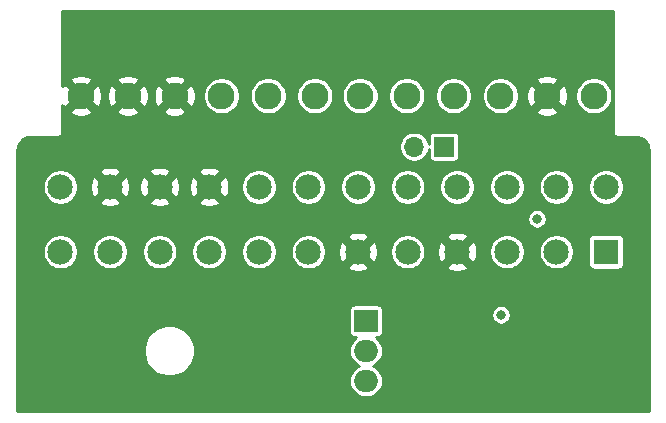
<source format=gbr>
%TF.GenerationSoftware,KiCad,Pcbnew,(5.1.6)-1*%
%TF.CreationDate,2022-11-09T17:54:30-05:00*%
%TF.ProjectId,PICO-AT,5049434f-2d41-4542-9e6b-696361645f70,rev?*%
%TF.SameCoordinates,Original*%
%TF.FileFunction,Copper,L2,Inr*%
%TF.FilePolarity,Positive*%
%FSLAX46Y46*%
G04 Gerber Fmt 4.6, Leading zero omitted, Abs format (unit mm)*
G04 Created by KiCad (PCBNEW (5.1.6)-1) date 2022-11-09 17:54:30*
%MOMM*%
%LPD*%
G01*
G04 APERTURE LIST*
%TA.AperFunction,ViaPad*%
%ADD10C,2.280000*%
%TD*%
%TA.AperFunction,ViaPad*%
%ADD11R,2.150000X2.150000*%
%TD*%
%TA.AperFunction,ViaPad*%
%ADD12C,2.150000*%
%TD*%
%TA.AperFunction,ViaPad*%
%ADD13R,2.000000X1.905000*%
%TD*%
%TA.AperFunction,ViaPad*%
%ADD14O,2.000000X1.905000*%
%TD*%
%TA.AperFunction,ViaPad*%
%ADD15R,1.700000X1.700000*%
%TD*%
%TA.AperFunction,ViaPad*%
%ADD16O,1.700000X1.700000*%
%TD*%
%TA.AperFunction,ViaPad*%
%ADD17C,0.800000*%
%TD*%
%TA.AperFunction,Conductor*%
%ADD18C,0.254000*%
%TD*%
G04 APERTURE END LIST*
D10*
%TO.N,/GND*%
%TO.C,J1*%
X151130000Y-94488000D03*
X155090000Y-94488000D03*
%TO.N,/-12V*%
X159050000Y-94488000D03*
%TO.N,/12V*%
X163010000Y-94488000D03*
%TO.N,/5V*%
X166970000Y-94488000D03*
%TO.N,/PG*%
X170930000Y-94488000D03*
%TD*%
%TO.N,/GND*%
%TO.C,J2*%
X147308000Y-94488000D03*
X143348000Y-94488000D03*
%TO.N,/-5V*%
X139388000Y-94488000D03*
%TO.N,/5V*%
X135428000Y-94488000D03*
X131468000Y-94488000D03*
X127508000Y-94488000D03*
%TD*%
D11*
%TO.N,/3.3V*%
%TO.C,J3*%
X171958000Y-107696000D03*
D12*
X167758000Y-107696000D03*
%TO.N,/GND*%
X163558000Y-107696000D03*
%TO.N,/5V*%
X159358000Y-107696000D03*
%TO.N,/GND*%
X155158000Y-107696000D03*
%TO.N,/5V*%
X150958000Y-107696000D03*
%TO.N,/GND*%
X146758000Y-107696000D03*
%TO.N,/PG*%
X142558000Y-107696000D03*
%TO.N,/5VSB*%
X138358000Y-107696000D03*
%TO.N,/12V*%
X134158000Y-107696000D03*
X129958000Y-107696000D03*
%TO.N,/3.3V*%
X125758000Y-107696000D03*
X171958000Y-102196000D03*
%TO.N,/-12V*%
X167758000Y-102196000D03*
%TO.N,/GND*%
X163558000Y-102196000D03*
%TO.N,/PS-ON*%
X159358000Y-102196000D03*
%TO.N,/GND*%
X155158000Y-102196000D03*
X150958000Y-102196000D03*
X146758000Y-102196000D03*
%TO.N,Net-(J3-Pad20)*%
X142558000Y-102196000D03*
%TO.N,/5V*%
X138358000Y-102196000D03*
X134158000Y-102196000D03*
X129958000Y-102196000D03*
%TO.N,/GND*%
X125758000Y-102196000D03*
%TD*%
D13*
%TO.N,/GND*%
%TO.C,U1*%
X151638000Y-113538000D03*
D14*
%TO.N,/-12V*%
X151638000Y-116078000D03*
%TO.N,/-5V*%
X151638000Y-118618000D03*
%TD*%
D15*
%TO.N,/GND*%
%TO.C,PWR*%
X158242000Y-98806000D03*
D16*
%TO.N,Net-(IC1-Pad1)*%
X155702000Y-98806000D03*
%TD*%
D17*
%TO.N,/12V*%
X163068000Y-113030000D03*
%TO.N,/5V*%
X168148000Y-111252000D03*
%TO.N,/PG*%
X166116000Y-104902000D03*
%TD*%
D18*
%TO.N,/5V*%
G36*
X172522000Y-97513795D02*
G01*
X172519813Y-97536000D01*
X172528540Y-97624607D01*
X172554386Y-97709810D01*
X172596357Y-97788333D01*
X172642825Y-97844954D01*
X172652841Y-97857159D01*
X172721667Y-97913643D01*
X172800190Y-97955614D01*
X172885393Y-97981460D01*
X172974000Y-97990187D01*
X172996205Y-97988000D01*
X174475892Y-97988000D01*
X174705800Y-98010542D01*
X174905678Y-98070889D01*
X175090039Y-98168916D01*
X175251839Y-98300876D01*
X175384932Y-98461759D01*
X175484240Y-98645425D01*
X175545981Y-98844878D01*
X175570001Y-99073411D01*
X175570000Y-121214000D01*
X122118000Y-121214000D01*
X122118000Y-115863584D01*
X132801000Y-115863584D01*
X132801000Y-116292416D01*
X132884660Y-116713008D01*
X133048767Y-117109196D01*
X133287013Y-117465757D01*
X133590243Y-117768987D01*
X133946804Y-118007233D01*
X134342992Y-118171340D01*
X134763584Y-118255000D01*
X135192416Y-118255000D01*
X135613008Y-118171340D01*
X136009196Y-118007233D01*
X136365757Y-117768987D01*
X136668987Y-117465757D01*
X136907233Y-117109196D01*
X137071340Y-116713008D01*
X137155000Y-116292416D01*
X137155000Y-116078000D01*
X150204326Y-116078000D01*
X150230961Y-116348429D01*
X150309842Y-116608466D01*
X150437938Y-116848117D01*
X150610327Y-117058173D01*
X150820383Y-117230562D01*
X151040094Y-117348000D01*
X150820383Y-117465438D01*
X150610327Y-117637827D01*
X150437938Y-117847883D01*
X150309842Y-118087534D01*
X150230961Y-118347571D01*
X150204326Y-118618000D01*
X150230961Y-118888429D01*
X150309842Y-119148466D01*
X150437938Y-119388117D01*
X150610327Y-119598173D01*
X150820383Y-119770562D01*
X151060034Y-119898658D01*
X151320071Y-119977539D01*
X151522738Y-119997500D01*
X151753262Y-119997500D01*
X151955929Y-119977539D01*
X152215966Y-119898658D01*
X152455617Y-119770562D01*
X152665673Y-119598173D01*
X152838062Y-119388117D01*
X152966158Y-119148466D01*
X153045039Y-118888429D01*
X153071674Y-118618000D01*
X153045039Y-118347571D01*
X152966158Y-118087534D01*
X152838062Y-117847883D01*
X152665673Y-117637827D01*
X152455617Y-117465438D01*
X152235906Y-117348000D01*
X152455617Y-117230562D01*
X152665673Y-117058173D01*
X152838062Y-116848117D01*
X152966158Y-116608466D01*
X153045039Y-116348429D01*
X153071674Y-116078000D01*
X153045039Y-115807571D01*
X152966158Y-115547534D01*
X152838062Y-115307883D01*
X152665673Y-115097827D01*
X152455617Y-114925438D01*
X152444631Y-114919566D01*
X152638000Y-114919566D01*
X152721707Y-114911322D01*
X152802196Y-114886905D01*
X152876376Y-114847255D01*
X152941395Y-114793895D01*
X152994755Y-114728876D01*
X153034405Y-114654696D01*
X153058822Y-114574207D01*
X153067066Y-114490500D01*
X153067066Y-112948548D01*
X162241000Y-112948548D01*
X162241000Y-113111452D01*
X162272782Y-113271227D01*
X162335123Y-113421731D01*
X162425628Y-113557181D01*
X162540819Y-113672372D01*
X162676269Y-113762877D01*
X162826773Y-113825218D01*
X162986548Y-113857000D01*
X163149452Y-113857000D01*
X163309227Y-113825218D01*
X163459731Y-113762877D01*
X163595181Y-113672372D01*
X163710372Y-113557181D01*
X163800877Y-113421731D01*
X163863218Y-113271227D01*
X163895000Y-113111452D01*
X163895000Y-112948548D01*
X163863218Y-112788773D01*
X163800877Y-112638269D01*
X163710372Y-112502819D01*
X163595181Y-112387628D01*
X163459731Y-112297123D01*
X163309227Y-112234782D01*
X163149452Y-112203000D01*
X162986548Y-112203000D01*
X162826773Y-112234782D01*
X162676269Y-112297123D01*
X162540819Y-112387628D01*
X162425628Y-112502819D01*
X162335123Y-112638269D01*
X162272782Y-112788773D01*
X162241000Y-112948548D01*
X153067066Y-112948548D01*
X153067066Y-112585500D01*
X153058822Y-112501793D01*
X153034405Y-112421304D01*
X152994755Y-112347124D01*
X152941395Y-112282105D01*
X152876376Y-112228745D01*
X152802196Y-112189095D01*
X152721707Y-112164678D01*
X152638000Y-112156434D01*
X150638000Y-112156434D01*
X150554293Y-112164678D01*
X150473804Y-112189095D01*
X150399624Y-112228745D01*
X150334605Y-112282105D01*
X150281245Y-112347124D01*
X150241595Y-112421304D01*
X150217178Y-112501793D01*
X150208934Y-112585500D01*
X150208934Y-114490500D01*
X150217178Y-114574207D01*
X150241595Y-114654696D01*
X150281245Y-114728876D01*
X150334605Y-114793895D01*
X150399624Y-114847255D01*
X150473804Y-114886905D01*
X150554293Y-114911322D01*
X150638000Y-114919566D01*
X150831369Y-114919566D01*
X150820383Y-114925438D01*
X150610327Y-115097827D01*
X150437938Y-115307883D01*
X150309842Y-115547534D01*
X150230961Y-115807571D01*
X150204326Y-116078000D01*
X137155000Y-116078000D01*
X137155000Y-115863584D01*
X137071340Y-115442992D01*
X136907233Y-115046804D01*
X136668987Y-114690243D01*
X136365757Y-114387013D01*
X136009196Y-114148767D01*
X135613008Y-113984660D01*
X135192416Y-113901000D01*
X134763584Y-113901000D01*
X134342992Y-113984660D01*
X133946804Y-114148767D01*
X133590243Y-114387013D01*
X133287013Y-114690243D01*
X133048767Y-115046804D01*
X132884660Y-115442992D01*
X132801000Y-115863584D01*
X122118000Y-115863584D01*
X122118000Y-107548066D01*
X124256000Y-107548066D01*
X124256000Y-107843934D01*
X124313721Y-108134117D01*
X124426944Y-108407464D01*
X124591320Y-108653469D01*
X124800531Y-108862680D01*
X125046536Y-109027056D01*
X125319883Y-109140279D01*
X125610066Y-109198000D01*
X125905934Y-109198000D01*
X126196117Y-109140279D01*
X126469464Y-109027056D01*
X126715469Y-108862680D01*
X126924680Y-108653469D01*
X127089056Y-108407464D01*
X127202279Y-108134117D01*
X127260000Y-107843934D01*
X127260000Y-107548066D01*
X128456000Y-107548066D01*
X128456000Y-107843934D01*
X128513721Y-108134117D01*
X128626944Y-108407464D01*
X128791320Y-108653469D01*
X129000531Y-108862680D01*
X129246536Y-109027056D01*
X129519883Y-109140279D01*
X129810066Y-109198000D01*
X130105934Y-109198000D01*
X130396117Y-109140279D01*
X130669464Y-109027056D01*
X130915469Y-108862680D01*
X131124680Y-108653469D01*
X131289056Y-108407464D01*
X131402279Y-108134117D01*
X131460000Y-107843934D01*
X131460000Y-107548066D01*
X132656000Y-107548066D01*
X132656000Y-107843934D01*
X132713721Y-108134117D01*
X132826944Y-108407464D01*
X132991320Y-108653469D01*
X133200531Y-108862680D01*
X133446536Y-109027056D01*
X133719883Y-109140279D01*
X134010066Y-109198000D01*
X134305934Y-109198000D01*
X134596117Y-109140279D01*
X134869464Y-109027056D01*
X135115469Y-108862680D01*
X135324680Y-108653469D01*
X135489056Y-108407464D01*
X135602279Y-108134117D01*
X135660000Y-107843934D01*
X135660000Y-107548066D01*
X136856000Y-107548066D01*
X136856000Y-107843934D01*
X136913721Y-108134117D01*
X137026944Y-108407464D01*
X137191320Y-108653469D01*
X137400531Y-108862680D01*
X137646536Y-109027056D01*
X137919883Y-109140279D01*
X138210066Y-109198000D01*
X138505934Y-109198000D01*
X138796117Y-109140279D01*
X139069464Y-109027056D01*
X139315469Y-108862680D01*
X139524680Y-108653469D01*
X139689056Y-108407464D01*
X139802279Y-108134117D01*
X139860000Y-107843934D01*
X139860000Y-107548066D01*
X141056000Y-107548066D01*
X141056000Y-107843934D01*
X141113721Y-108134117D01*
X141226944Y-108407464D01*
X141391320Y-108653469D01*
X141600531Y-108862680D01*
X141846536Y-109027056D01*
X142119883Y-109140279D01*
X142410066Y-109198000D01*
X142705934Y-109198000D01*
X142996117Y-109140279D01*
X143269464Y-109027056D01*
X143515469Y-108862680D01*
X143724680Y-108653469D01*
X143889056Y-108407464D01*
X144002279Y-108134117D01*
X144060000Y-107843934D01*
X144060000Y-107548066D01*
X145256000Y-107548066D01*
X145256000Y-107843934D01*
X145313721Y-108134117D01*
X145426944Y-108407464D01*
X145591320Y-108653469D01*
X145800531Y-108862680D01*
X146046536Y-109027056D01*
X146319883Y-109140279D01*
X146610066Y-109198000D01*
X146905934Y-109198000D01*
X147196117Y-109140279D01*
X147469464Y-109027056D01*
X147569700Y-108960080D01*
X150044645Y-108960080D01*
X150159235Y-109217329D01*
X150471380Y-109343929D01*
X150802225Y-109407199D01*
X151139057Y-109404709D01*
X151468931Y-109336553D01*
X151756765Y-109217329D01*
X151871355Y-108960080D01*
X150958000Y-108046725D01*
X150044645Y-108960080D01*
X147569700Y-108960080D01*
X147715469Y-108862680D01*
X147924680Y-108653469D01*
X148089056Y-108407464D01*
X148202279Y-108134117D01*
X148260000Y-107843934D01*
X148260000Y-107548066D01*
X148258441Y-107540225D01*
X149246801Y-107540225D01*
X149249291Y-107877057D01*
X149317447Y-108206931D01*
X149436671Y-108494765D01*
X149693920Y-108609355D01*
X150607275Y-107696000D01*
X151308725Y-107696000D01*
X152222080Y-108609355D01*
X152479329Y-108494765D01*
X152605929Y-108182620D01*
X152669199Y-107851775D01*
X152666954Y-107548066D01*
X153656000Y-107548066D01*
X153656000Y-107843934D01*
X153713721Y-108134117D01*
X153826944Y-108407464D01*
X153991320Y-108653469D01*
X154200531Y-108862680D01*
X154446536Y-109027056D01*
X154719883Y-109140279D01*
X155010066Y-109198000D01*
X155305934Y-109198000D01*
X155596117Y-109140279D01*
X155869464Y-109027056D01*
X155969700Y-108960080D01*
X158444645Y-108960080D01*
X158559235Y-109217329D01*
X158871380Y-109343929D01*
X159202225Y-109407199D01*
X159539057Y-109404709D01*
X159868931Y-109336553D01*
X160156765Y-109217329D01*
X160271355Y-108960080D01*
X159358000Y-108046725D01*
X158444645Y-108960080D01*
X155969700Y-108960080D01*
X156115469Y-108862680D01*
X156324680Y-108653469D01*
X156489056Y-108407464D01*
X156602279Y-108134117D01*
X156660000Y-107843934D01*
X156660000Y-107548066D01*
X156658441Y-107540225D01*
X157646801Y-107540225D01*
X157649291Y-107877057D01*
X157717447Y-108206931D01*
X157836671Y-108494765D01*
X158093920Y-108609355D01*
X159007275Y-107696000D01*
X159708725Y-107696000D01*
X160622080Y-108609355D01*
X160879329Y-108494765D01*
X161005929Y-108182620D01*
X161069199Y-107851775D01*
X161066954Y-107548066D01*
X162056000Y-107548066D01*
X162056000Y-107843934D01*
X162113721Y-108134117D01*
X162226944Y-108407464D01*
X162391320Y-108653469D01*
X162600531Y-108862680D01*
X162846536Y-109027056D01*
X163119883Y-109140279D01*
X163410066Y-109198000D01*
X163705934Y-109198000D01*
X163996117Y-109140279D01*
X164269464Y-109027056D01*
X164515469Y-108862680D01*
X164724680Y-108653469D01*
X164889056Y-108407464D01*
X165002279Y-108134117D01*
X165060000Y-107843934D01*
X165060000Y-107548066D01*
X166256000Y-107548066D01*
X166256000Y-107843934D01*
X166313721Y-108134117D01*
X166426944Y-108407464D01*
X166591320Y-108653469D01*
X166800531Y-108862680D01*
X167046536Y-109027056D01*
X167319883Y-109140279D01*
X167610066Y-109198000D01*
X167905934Y-109198000D01*
X168196117Y-109140279D01*
X168469464Y-109027056D01*
X168715469Y-108862680D01*
X168924680Y-108653469D01*
X169089056Y-108407464D01*
X169202279Y-108134117D01*
X169260000Y-107843934D01*
X169260000Y-107548066D01*
X169202279Y-107257883D01*
X169089056Y-106984536D01*
X168924680Y-106738531D01*
X168807149Y-106621000D01*
X170453934Y-106621000D01*
X170453934Y-108771000D01*
X170462178Y-108854707D01*
X170486595Y-108935196D01*
X170526245Y-109009376D01*
X170579605Y-109074395D01*
X170644624Y-109127755D01*
X170718804Y-109167405D01*
X170799293Y-109191822D01*
X170883000Y-109200066D01*
X173033000Y-109200066D01*
X173116707Y-109191822D01*
X173197196Y-109167405D01*
X173271376Y-109127755D01*
X173336395Y-109074395D01*
X173389755Y-109009376D01*
X173429405Y-108935196D01*
X173453822Y-108854707D01*
X173462066Y-108771000D01*
X173462066Y-106621000D01*
X173453822Y-106537293D01*
X173429405Y-106456804D01*
X173389755Y-106382624D01*
X173336395Y-106317605D01*
X173271376Y-106264245D01*
X173197196Y-106224595D01*
X173116707Y-106200178D01*
X173033000Y-106191934D01*
X170883000Y-106191934D01*
X170799293Y-106200178D01*
X170718804Y-106224595D01*
X170644624Y-106264245D01*
X170579605Y-106317605D01*
X170526245Y-106382624D01*
X170486595Y-106456804D01*
X170462178Y-106537293D01*
X170453934Y-106621000D01*
X168807149Y-106621000D01*
X168715469Y-106529320D01*
X168469464Y-106364944D01*
X168196117Y-106251721D01*
X167905934Y-106194000D01*
X167610066Y-106194000D01*
X167319883Y-106251721D01*
X167046536Y-106364944D01*
X166800531Y-106529320D01*
X166591320Y-106738531D01*
X166426944Y-106984536D01*
X166313721Y-107257883D01*
X166256000Y-107548066D01*
X165060000Y-107548066D01*
X165002279Y-107257883D01*
X164889056Y-106984536D01*
X164724680Y-106738531D01*
X164515469Y-106529320D01*
X164269464Y-106364944D01*
X163996117Y-106251721D01*
X163705934Y-106194000D01*
X163410066Y-106194000D01*
X163119883Y-106251721D01*
X162846536Y-106364944D01*
X162600531Y-106529320D01*
X162391320Y-106738531D01*
X162226944Y-106984536D01*
X162113721Y-107257883D01*
X162056000Y-107548066D01*
X161066954Y-107548066D01*
X161066709Y-107514943D01*
X160998553Y-107185069D01*
X160879329Y-106897235D01*
X160622080Y-106782645D01*
X159708725Y-107696000D01*
X159007275Y-107696000D01*
X158093920Y-106782645D01*
X157836671Y-106897235D01*
X157710071Y-107209380D01*
X157646801Y-107540225D01*
X156658441Y-107540225D01*
X156602279Y-107257883D01*
X156489056Y-106984536D01*
X156324680Y-106738531D01*
X156115469Y-106529320D01*
X155969701Y-106431920D01*
X158444645Y-106431920D01*
X159358000Y-107345275D01*
X160271355Y-106431920D01*
X160156765Y-106174671D01*
X159844620Y-106048071D01*
X159513775Y-105984801D01*
X159176943Y-105987291D01*
X158847069Y-106055447D01*
X158559235Y-106174671D01*
X158444645Y-106431920D01*
X155969701Y-106431920D01*
X155869464Y-106364944D01*
X155596117Y-106251721D01*
X155305934Y-106194000D01*
X155010066Y-106194000D01*
X154719883Y-106251721D01*
X154446536Y-106364944D01*
X154200531Y-106529320D01*
X153991320Y-106738531D01*
X153826944Y-106984536D01*
X153713721Y-107257883D01*
X153656000Y-107548066D01*
X152666954Y-107548066D01*
X152666709Y-107514943D01*
X152598553Y-107185069D01*
X152479329Y-106897235D01*
X152222080Y-106782645D01*
X151308725Y-107696000D01*
X150607275Y-107696000D01*
X149693920Y-106782645D01*
X149436671Y-106897235D01*
X149310071Y-107209380D01*
X149246801Y-107540225D01*
X148258441Y-107540225D01*
X148202279Y-107257883D01*
X148089056Y-106984536D01*
X147924680Y-106738531D01*
X147715469Y-106529320D01*
X147569701Y-106431920D01*
X150044645Y-106431920D01*
X150958000Y-107345275D01*
X151871355Y-106431920D01*
X151756765Y-106174671D01*
X151444620Y-106048071D01*
X151113775Y-105984801D01*
X150776943Y-105987291D01*
X150447069Y-106055447D01*
X150159235Y-106174671D01*
X150044645Y-106431920D01*
X147569701Y-106431920D01*
X147469464Y-106364944D01*
X147196117Y-106251721D01*
X146905934Y-106194000D01*
X146610066Y-106194000D01*
X146319883Y-106251721D01*
X146046536Y-106364944D01*
X145800531Y-106529320D01*
X145591320Y-106738531D01*
X145426944Y-106984536D01*
X145313721Y-107257883D01*
X145256000Y-107548066D01*
X144060000Y-107548066D01*
X144002279Y-107257883D01*
X143889056Y-106984536D01*
X143724680Y-106738531D01*
X143515469Y-106529320D01*
X143269464Y-106364944D01*
X142996117Y-106251721D01*
X142705934Y-106194000D01*
X142410066Y-106194000D01*
X142119883Y-106251721D01*
X141846536Y-106364944D01*
X141600531Y-106529320D01*
X141391320Y-106738531D01*
X141226944Y-106984536D01*
X141113721Y-107257883D01*
X141056000Y-107548066D01*
X139860000Y-107548066D01*
X139802279Y-107257883D01*
X139689056Y-106984536D01*
X139524680Y-106738531D01*
X139315469Y-106529320D01*
X139069464Y-106364944D01*
X138796117Y-106251721D01*
X138505934Y-106194000D01*
X138210066Y-106194000D01*
X137919883Y-106251721D01*
X137646536Y-106364944D01*
X137400531Y-106529320D01*
X137191320Y-106738531D01*
X137026944Y-106984536D01*
X136913721Y-107257883D01*
X136856000Y-107548066D01*
X135660000Y-107548066D01*
X135602279Y-107257883D01*
X135489056Y-106984536D01*
X135324680Y-106738531D01*
X135115469Y-106529320D01*
X134869464Y-106364944D01*
X134596117Y-106251721D01*
X134305934Y-106194000D01*
X134010066Y-106194000D01*
X133719883Y-106251721D01*
X133446536Y-106364944D01*
X133200531Y-106529320D01*
X132991320Y-106738531D01*
X132826944Y-106984536D01*
X132713721Y-107257883D01*
X132656000Y-107548066D01*
X131460000Y-107548066D01*
X131402279Y-107257883D01*
X131289056Y-106984536D01*
X131124680Y-106738531D01*
X130915469Y-106529320D01*
X130669464Y-106364944D01*
X130396117Y-106251721D01*
X130105934Y-106194000D01*
X129810066Y-106194000D01*
X129519883Y-106251721D01*
X129246536Y-106364944D01*
X129000531Y-106529320D01*
X128791320Y-106738531D01*
X128626944Y-106984536D01*
X128513721Y-107257883D01*
X128456000Y-107548066D01*
X127260000Y-107548066D01*
X127202279Y-107257883D01*
X127089056Y-106984536D01*
X126924680Y-106738531D01*
X126715469Y-106529320D01*
X126469464Y-106364944D01*
X126196117Y-106251721D01*
X125905934Y-106194000D01*
X125610066Y-106194000D01*
X125319883Y-106251721D01*
X125046536Y-106364944D01*
X124800531Y-106529320D01*
X124591320Y-106738531D01*
X124426944Y-106984536D01*
X124313721Y-107257883D01*
X124256000Y-107548066D01*
X122118000Y-107548066D01*
X122118000Y-104820548D01*
X165289000Y-104820548D01*
X165289000Y-104983452D01*
X165320782Y-105143227D01*
X165383123Y-105293731D01*
X165473628Y-105429181D01*
X165588819Y-105544372D01*
X165724269Y-105634877D01*
X165874773Y-105697218D01*
X166034548Y-105729000D01*
X166197452Y-105729000D01*
X166357227Y-105697218D01*
X166507731Y-105634877D01*
X166643181Y-105544372D01*
X166758372Y-105429181D01*
X166848877Y-105293731D01*
X166911218Y-105143227D01*
X166943000Y-104983452D01*
X166943000Y-104820548D01*
X166911218Y-104660773D01*
X166848877Y-104510269D01*
X166758372Y-104374819D01*
X166643181Y-104259628D01*
X166507731Y-104169123D01*
X166357227Y-104106782D01*
X166197452Y-104075000D01*
X166034548Y-104075000D01*
X165874773Y-104106782D01*
X165724269Y-104169123D01*
X165588819Y-104259628D01*
X165473628Y-104374819D01*
X165383123Y-104510269D01*
X165320782Y-104660773D01*
X165289000Y-104820548D01*
X122118000Y-104820548D01*
X122118000Y-102048066D01*
X124256000Y-102048066D01*
X124256000Y-102343934D01*
X124313721Y-102634117D01*
X124426944Y-102907464D01*
X124591320Y-103153469D01*
X124800531Y-103362680D01*
X125046536Y-103527056D01*
X125319883Y-103640279D01*
X125610066Y-103698000D01*
X125905934Y-103698000D01*
X126196117Y-103640279D01*
X126469464Y-103527056D01*
X126569700Y-103460080D01*
X129044645Y-103460080D01*
X129159235Y-103717329D01*
X129471380Y-103843929D01*
X129802225Y-103907199D01*
X130139057Y-103904709D01*
X130468931Y-103836553D01*
X130756765Y-103717329D01*
X130871355Y-103460080D01*
X133244645Y-103460080D01*
X133359235Y-103717329D01*
X133671380Y-103843929D01*
X134002225Y-103907199D01*
X134339057Y-103904709D01*
X134668931Y-103836553D01*
X134956765Y-103717329D01*
X135071355Y-103460080D01*
X137444645Y-103460080D01*
X137559235Y-103717329D01*
X137871380Y-103843929D01*
X138202225Y-103907199D01*
X138539057Y-103904709D01*
X138868931Y-103836553D01*
X139156765Y-103717329D01*
X139271355Y-103460080D01*
X138358000Y-102546725D01*
X137444645Y-103460080D01*
X135071355Y-103460080D01*
X134158000Y-102546725D01*
X133244645Y-103460080D01*
X130871355Y-103460080D01*
X129958000Y-102546725D01*
X129044645Y-103460080D01*
X126569700Y-103460080D01*
X126715469Y-103362680D01*
X126924680Y-103153469D01*
X127089056Y-102907464D01*
X127202279Y-102634117D01*
X127260000Y-102343934D01*
X127260000Y-102048066D01*
X127258441Y-102040225D01*
X128246801Y-102040225D01*
X128249291Y-102377057D01*
X128317447Y-102706931D01*
X128436671Y-102994765D01*
X128693920Y-103109355D01*
X129607275Y-102196000D01*
X130308725Y-102196000D01*
X131222080Y-103109355D01*
X131479329Y-102994765D01*
X131605929Y-102682620D01*
X131669199Y-102351775D01*
X131666896Y-102040225D01*
X132446801Y-102040225D01*
X132449291Y-102377057D01*
X132517447Y-102706931D01*
X132636671Y-102994765D01*
X132893920Y-103109355D01*
X133807275Y-102196000D01*
X134508725Y-102196000D01*
X135422080Y-103109355D01*
X135679329Y-102994765D01*
X135805929Y-102682620D01*
X135869199Y-102351775D01*
X135866896Y-102040225D01*
X136646801Y-102040225D01*
X136649291Y-102377057D01*
X136717447Y-102706931D01*
X136836671Y-102994765D01*
X137093920Y-103109355D01*
X138007275Y-102196000D01*
X138708725Y-102196000D01*
X139622080Y-103109355D01*
X139879329Y-102994765D01*
X140005929Y-102682620D01*
X140069199Y-102351775D01*
X140066954Y-102048066D01*
X141056000Y-102048066D01*
X141056000Y-102343934D01*
X141113721Y-102634117D01*
X141226944Y-102907464D01*
X141391320Y-103153469D01*
X141600531Y-103362680D01*
X141846536Y-103527056D01*
X142119883Y-103640279D01*
X142410066Y-103698000D01*
X142705934Y-103698000D01*
X142996117Y-103640279D01*
X143269464Y-103527056D01*
X143515469Y-103362680D01*
X143724680Y-103153469D01*
X143889056Y-102907464D01*
X144002279Y-102634117D01*
X144060000Y-102343934D01*
X144060000Y-102048066D01*
X145256000Y-102048066D01*
X145256000Y-102343934D01*
X145313721Y-102634117D01*
X145426944Y-102907464D01*
X145591320Y-103153469D01*
X145800531Y-103362680D01*
X146046536Y-103527056D01*
X146319883Y-103640279D01*
X146610066Y-103698000D01*
X146905934Y-103698000D01*
X147196117Y-103640279D01*
X147469464Y-103527056D01*
X147715469Y-103362680D01*
X147924680Y-103153469D01*
X148089056Y-102907464D01*
X148202279Y-102634117D01*
X148260000Y-102343934D01*
X148260000Y-102048066D01*
X149456000Y-102048066D01*
X149456000Y-102343934D01*
X149513721Y-102634117D01*
X149626944Y-102907464D01*
X149791320Y-103153469D01*
X150000531Y-103362680D01*
X150246536Y-103527056D01*
X150519883Y-103640279D01*
X150810066Y-103698000D01*
X151105934Y-103698000D01*
X151396117Y-103640279D01*
X151669464Y-103527056D01*
X151915469Y-103362680D01*
X152124680Y-103153469D01*
X152289056Y-102907464D01*
X152402279Y-102634117D01*
X152460000Y-102343934D01*
X152460000Y-102048066D01*
X153656000Y-102048066D01*
X153656000Y-102343934D01*
X153713721Y-102634117D01*
X153826944Y-102907464D01*
X153991320Y-103153469D01*
X154200531Y-103362680D01*
X154446536Y-103527056D01*
X154719883Y-103640279D01*
X155010066Y-103698000D01*
X155305934Y-103698000D01*
X155596117Y-103640279D01*
X155869464Y-103527056D01*
X156115469Y-103362680D01*
X156324680Y-103153469D01*
X156489056Y-102907464D01*
X156602279Y-102634117D01*
X156660000Y-102343934D01*
X156660000Y-102048066D01*
X157856000Y-102048066D01*
X157856000Y-102343934D01*
X157913721Y-102634117D01*
X158026944Y-102907464D01*
X158191320Y-103153469D01*
X158400531Y-103362680D01*
X158646536Y-103527056D01*
X158919883Y-103640279D01*
X159210066Y-103698000D01*
X159505934Y-103698000D01*
X159796117Y-103640279D01*
X160069464Y-103527056D01*
X160315469Y-103362680D01*
X160524680Y-103153469D01*
X160689056Y-102907464D01*
X160802279Y-102634117D01*
X160860000Y-102343934D01*
X160860000Y-102048066D01*
X162056000Y-102048066D01*
X162056000Y-102343934D01*
X162113721Y-102634117D01*
X162226944Y-102907464D01*
X162391320Y-103153469D01*
X162600531Y-103362680D01*
X162846536Y-103527056D01*
X163119883Y-103640279D01*
X163410066Y-103698000D01*
X163705934Y-103698000D01*
X163996117Y-103640279D01*
X164269464Y-103527056D01*
X164515469Y-103362680D01*
X164724680Y-103153469D01*
X164889056Y-102907464D01*
X165002279Y-102634117D01*
X165060000Y-102343934D01*
X165060000Y-102048066D01*
X166256000Y-102048066D01*
X166256000Y-102343934D01*
X166313721Y-102634117D01*
X166426944Y-102907464D01*
X166591320Y-103153469D01*
X166800531Y-103362680D01*
X167046536Y-103527056D01*
X167319883Y-103640279D01*
X167610066Y-103698000D01*
X167905934Y-103698000D01*
X168196117Y-103640279D01*
X168469464Y-103527056D01*
X168715469Y-103362680D01*
X168924680Y-103153469D01*
X169089056Y-102907464D01*
X169202279Y-102634117D01*
X169260000Y-102343934D01*
X169260000Y-102048066D01*
X170456000Y-102048066D01*
X170456000Y-102343934D01*
X170513721Y-102634117D01*
X170626944Y-102907464D01*
X170791320Y-103153469D01*
X171000531Y-103362680D01*
X171246536Y-103527056D01*
X171519883Y-103640279D01*
X171810066Y-103698000D01*
X172105934Y-103698000D01*
X172396117Y-103640279D01*
X172669464Y-103527056D01*
X172915469Y-103362680D01*
X173124680Y-103153469D01*
X173289056Y-102907464D01*
X173402279Y-102634117D01*
X173460000Y-102343934D01*
X173460000Y-102048066D01*
X173402279Y-101757883D01*
X173289056Y-101484536D01*
X173124680Y-101238531D01*
X172915469Y-101029320D01*
X172669464Y-100864944D01*
X172396117Y-100751721D01*
X172105934Y-100694000D01*
X171810066Y-100694000D01*
X171519883Y-100751721D01*
X171246536Y-100864944D01*
X171000531Y-101029320D01*
X170791320Y-101238531D01*
X170626944Y-101484536D01*
X170513721Y-101757883D01*
X170456000Y-102048066D01*
X169260000Y-102048066D01*
X169202279Y-101757883D01*
X169089056Y-101484536D01*
X168924680Y-101238531D01*
X168715469Y-101029320D01*
X168469464Y-100864944D01*
X168196117Y-100751721D01*
X167905934Y-100694000D01*
X167610066Y-100694000D01*
X167319883Y-100751721D01*
X167046536Y-100864944D01*
X166800531Y-101029320D01*
X166591320Y-101238531D01*
X166426944Y-101484536D01*
X166313721Y-101757883D01*
X166256000Y-102048066D01*
X165060000Y-102048066D01*
X165002279Y-101757883D01*
X164889056Y-101484536D01*
X164724680Y-101238531D01*
X164515469Y-101029320D01*
X164269464Y-100864944D01*
X163996117Y-100751721D01*
X163705934Y-100694000D01*
X163410066Y-100694000D01*
X163119883Y-100751721D01*
X162846536Y-100864944D01*
X162600531Y-101029320D01*
X162391320Y-101238531D01*
X162226944Y-101484536D01*
X162113721Y-101757883D01*
X162056000Y-102048066D01*
X160860000Y-102048066D01*
X160802279Y-101757883D01*
X160689056Y-101484536D01*
X160524680Y-101238531D01*
X160315469Y-101029320D01*
X160069464Y-100864944D01*
X159796117Y-100751721D01*
X159505934Y-100694000D01*
X159210066Y-100694000D01*
X158919883Y-100751721D01*
X158646536Y-100864944D01*
X158400531Y-101029320D01*
X158191320Y-101238531D01*
X158026944Y-101484536D01*
X157913721Y-101757883D01*
X157856000Y-102048066D01*
X156660000Y-102048066D01*
X156602279Y-101757883D01*
X156489056Y-101484536D01*
X156324680Y-101238531D01*
X156115469Y-101029320D01*
X155869464Y-100864944D01*
X155596117Y-100751721D01*
X155305934Y-100694000D01*
X155010066Y-100694000D01*
X154719883Y-100751721D01*
X154446536Y-100864944D01*
X154200531Y-101029320D01*
X153991320Y-101238531D01*
X153826944Y-101484536D01*
X153713721Y-101757883D01*
X153656000Y-102048066D01*
X152460000Y-102048066D01*
X152402279Y-101757883D01*
X152289056Y-101484536D01*
X152124680Y-101238531D01*
X151915469Y-101029320D01*
X151669464Y-100864944D01*
X151396117Y-100751721D01*
X151105934Y-100694000D01*
X150810066Y-100694000D01*
X150519883Y-100751721D01*
X150246536Y-100864944D01*
X150000531Y-101029320D01*
X149791320Y-101238531D01*
X149626944Y-101484536D01*
X149513721Y-101757883D01*
X149456000Y-102048066D01*
X148260000Y-102048066D01*
X148202279Y-101757883D01*
X148089056Y-101484536D01*
X147924680Y-101238531D01*
X147715469Y-101029320D01*
X147469464Y-100864944D01*
X147196117Y-100751721D01*
X146905934Y-100694000D01*
X146610066Y-100694000D01*
X146319883Y-100751721D01*
X146046536Y-100864944D01*
X145800531Y-101029320D01*
X145591320Y-101238531D01*
X145426944Y-101484536D01*
X145313721Y-101757883D01*
X145256000Y-102048066D01*
X144060000Y-102048066D01*
X144002279Y-101757883D01*
X143889056Y-101484536D01*
X143724680Y-101238531D01*
X143515469Y-101029320D01*
X143269464Y-100864944D01*
X142996117Y-100751721D01*
X142705934Y-100694000D01*
X142410066Y-100694000D01*
X142119883Y-100751721D01*
X141846536Y-100864944D01*
X141600531Y-101029320D01*
X141391320Y-101238531D01*
X141226944Y-101484536D01*
X141113721Y-101757883D01*
X141056000Y-102048066D01*
X140066954Y-102048066D01*
X140066709Y-102014943D01*
X139998553Y-101685069D01*
X139879329Y-101397235D01*
X139622080Y-101282645D01*
X138708725Y-102196000D01*
X138007275Y-102196000D01*
X137093920Y-101282645D01*
X136836671Y-101397235D01*
X136710071Y-101709380D01*
X136646801Y-102040225D01*
X135866896Y-102040225D01*
X135866709Y-102014943D01*
X135798553Y-101685069D01*
X135679329Y-101397235D01*
X135422080Y-101282645D01*
X134508725Y-102196000D01*
X133807275Y-102196000D01*
X132893920Y-101282645D01*
X132636671Y-101397235D01*
X132510071Y-101709380D01*
X132446801Y-102040225D01*
X131666896Y-102040225D01*
X131666709Y-102014943D01*
X131598553Y-101685069D01*
X131479329Y-101397235D01*
X131222080Y-101282645D01*
X130308725Y-102196000D01*
X129607275Y-102196000D01*
X128693920Y-101282645D01*
X128436671Y-101397235D01*
X128310071Y-101709380D01*
X128246801Y-102040225D01*
X127258441Y-102040225D01*
X127202279Y-101757883D01*
X127089056Y-101484536D01*
X126924680Y-101238531D01*
X126715469Y-101029320D01*
X126569701Y-100931920D01*
X129044645Y-100931920D01*
X129958000Y-101845275D01*
X130871355Y-100931920D01*
X133244645Y-100931920D01*
X134158000Y-101845275D01*
X135071355Y-100931920D01*
X137444645Y-100931920D01*
X138358000Y-101845275D01*
X139271355Y-100931920D01*
X139156765Y-100674671D01*
X138844620Y-100548071D01*
X138513775Y-100484801D01*
X138176943Y-100487291D01*
X137847069Y-100555447D01*
X137559235Y-100674671D01*
X137444645Y-100931920D01*
X135071355Y-100931920D01*
X134956765Y-100674671D01*
X134644620Y-100548071D01*
X134313775Y-100484801D01*
X133976943Y-100487291D01*
X133647069Y-100555447D01*
X133359235Y-100674671D01*
X133244645Y-100931920D01*
X130871355Y-100931920D01*
X130756765Y-100674671D01*
X130444620Y-100548071D01*
X130113775Y-100484801D01*
X129776943Y-100487291D01*
X129447069Y-100555447D01*
X129159235Y-100674671D01*
X129044645Y-100931920D01*
X126569701Y-100931920D01*
X126469464Y-100864944D01*
X126196117Y-100751721D01*
X125905934Y-100694000D01*
X125610066Y-100694000D01*
X125319883Y-100751721D01*
X125046536Y-100864944D01*
X124800531Y-101029320D01*
X124591320Y-101238531D01*
X124426944Y-101484536D01*
X124313721Y-101757883D01*
X124256000Y-102048066D01*
X122118000Y-102048066D01*
X122118000Y-99082108D01*
X122140542Y-98852200D01*
X122192464Y-98680226D01*
X154425000Y-98680226D01*
X154425000Y-98931774D01*
X154474074Y-99178487D01*
X154570337Y-99410886D01*
X154710089Y-99620040D01*
X154887960Y-99797911D01*
X155097114Y-99937663D01*
X155329513Y-100033926D01*
X155576226Y-100083000D01*
X155827774Y-100083000D01*
X156074487Y-100033926D01*
X156306886Y-99937663D01*
X156516040Y-99797911D01*
X156693911Y-99620040D01*
X156833663Y-99410886D01*
X156929926Y-99178487D01*
X156962934Y-99012544D01*
X156962934Y-99656000D01*
X156971178Y-99739707D01*
X156995595Y-99820196D01*
X157035245Y-99894376D01*
X157088605Y-99959395D01*
X157153624Y-100012755D01*
X157227804Y-100052405D01*
X157308293Y-100076822D01*
X157392000Y-100085066D01*
X159092000Y-100085066D01*
X159175707Y-100076822D01*
X159256196Y-100052405D01*
X159330376Y-100012755D01*
X159395395Y-99959395D01*
X159448755Y-99894376D01*
X159488405Y-99820196D01*
X159512822Y-99739707D01*
X159521066Y-99656000D01*
X159521066Y-97956000D01*
X159512822Y-97872293D01*
X159488405Y-97791804D01*
X159448755Y-97717624D01*
X159395395Y-97652605D01*
X159330376Y-97599245D01*
X159256196Y-97559595D01*
X159175707Y-97535178D01*
X159092000Y-97526934D01*
X157392000Y-97526934D01*
X157308293Y-97535178D01*
X157227804Y-97559595D01*
X157153624Y-97599245D01*
X157088605Y-97652605D01*
X157035245Y-97717624D01*
X156995595Y-97791804D01*
X156971178Y-97872293D01*
X156962934Y-97956000D01*
X156962934Y-98599456D01*
X156929926Y-98433513D01*
X156833663Y-98201114D01*
X156693911Y-97991960D01*
X156516040Y-97814089D01*
X156306886Y-97674337D01*
X156074487Y-97578074D01*
X155827774Y-97529000D01*
X155576226Y-97529000D01*
X155329513Y-97578074D01*
X155097114Y-97674337D01*
X154887960Y-97814089D01*
X154710089Y-97991960D01*
X154570337Y-98201114D01*
X154474074Y-98433513D01*
X154425000Y-98680226D01*
X122192464Y-98680226D01*
X122200889Y-98652322D01*
X122298916Y-98467961D01*
X122430876Y-98306161D01*
X122591759Y-98173068D01*
X122775425Y-98073760D01*
X122974878Y-98012019D01*
X123203401Y-97988000D01*
X125453795Y-97988000D01*
X125476000Y-97990187D01*
X125498205Y-97988000D01*
X125564607Y-97981460D01*
X125649810Y-97955614D01*
X125728333Y-97913643D01*
X125797159Y-97857159D01*
X125853643Y-97788333D01*
X125895614Y-97709810D01*
X125921460Y-97624607D01*
X125930187Y-97536000D01*
X125928000Y-97513795D01*
X125928000Y-95798835D01*
X126547890Y-95798835D01*
X126670453Y-96062707D01*
X126993757Y-96195847D01*
X127336821Y-96263355D01*
X127686465Y-96262637D01*
X128029251Y-96193721D01*
X128345547Y-96062707D01*
X128468110Y-95798835D01*
X130507890Y-95798835D01*
X130630453Y-96062707D01*
X130953757Y-96195847D01*
X131296821Y-96263355D01*
X131646465Y-96262637D01*
X131989251Y-96193721D01*
X132305547Y-96062707D01*
X132428110Y-95798835D01*
X134467890Y-95798835D01*
X134590453Y-96062707D01*
X134913757Y-96195847D01*
X135256821Y-96263355D01*
X135606465Y-96262637D01*
X135949251Y-96193721D01*
X136265547Y-96062707D01*
X136388110Y-95798835D01*
X135428000Y-94838725D01*
X134467890Y-95798835D01*
X132428110Y-95798835D01*
X131468000Y-94838725D01*
X130507890Y-95798835D01*
X128468110Y-95798835D01*
X127508000Y-94838725D01*
X126547890Y-95798835D01*
X125928000Y-95798835D01*
X125928000Y-95312769D01*
X125933293Y-95325547D01*
X126197165Y-95448110D01*
X127157275Y-94488000D01*
X127858725Y-94488000D01*
X128818835Y-95448110D01*
X129082707Y-95325547D01*
X129215847Y-95002243D01*
X129283355Y-94659179D01*
X129282652Y-94316821D01*
X129692645Y-94316821D01*
X129693363Y-94666465D01*
X129762279Y-95009251D01*
X129893293Y-95325547D01*
X130157165Y-95448110D01*
X131117275Y-94488000D01*
X131818725Y-94488000D01*
X132778835Y-95448110D01*
X133042707Y-95325547D01*
X133175847Y-95002243D01*
X133243355Y-94659179D01*
X133242652Y-94316821D01*
X133652645Y-94316821D01*
X133653363Y-94666465D01*
X133722279Y-95009251D01*
X133853293Y-95325547D01*
X134117165Y-95448110D01*
X135077275Y-94488000D01*
X135778725Y-94488000D01*
X136738835Y-95448110D01*
X137002707Y-95325547D01*
X137135847Y-95002243D01*
X137203355Y-94659179D01*
X137202687Y-94333664D01*
X137821000Y-94333664D01*
X137821000Y-94642336D01*
X137881219Y-94945077D01*
X137999343Y-95230253D01*
X138170832Y-95486904D01*
X138389096Y-95705168D01*
X138645747Y-95876657D01*
X138930923Y-95994781D01*
X139233664Y-96055000D01*
X139542336Y-96055000D01*
X139845077Y-95994781D01*
X140130253Y-95876657D01*
X140386904Y-95705168D01*
X140605168Y-95486904D01*
X140776657Y-95230253D01*
X140894781Y-94945077D01*
X140955000Y-94642336D01*
X140955000Y-94333664D01*
X141781000Y-94333664D01*
X141781000Y-94642336D01*
X141841219Y-94945077D01*
X141959343Y-95230253D01*
X142130832Y-95486904D01*
X142349096Y-95705168D01*
X142605747Y-95876657D01*
X142890923Y-95994781D01*
X143193664Y-96055000D01*
X143502336Y-96055000D01*
X143805077Y-95994781D01*
X144090253Y-95876657D01*
X144346904Y-95705168D01*
X144565168Y-95486904D01*
X144736657Y-95230253D01*
X144854781Y-94945077D01*
X144915000Y-94642336D01*
X144915000Y-94333664D01*
X145741000Y-94333664D01*
X145741000Y-94642336D01*
X145801219Y-94945077D01*
X145919343Y-95230253D01*
X146090832Y-95486904D01*
X146309096Y-95705168D01*
X146565747Y-95876657D01*
X146850923Y-95994781D01*
X147153664Y-96055000D01*
X147462336Y-96055000D01*
X147765077Y-95994781D01*
X148050253Y-95876657D01*
X148306904Y-95705168D01*
X148525168Y-95486904D01*
X148696657Y-95230253D01*
X148814781Y-94945077D01*
X148875000Y-94642336D01*
X148875000Y-94333664D01*
X149563000Y-94333664D01*
X149563000Y-94642336D01*
X149623219Y-94945077D01*
X149741343Y-95230253D01*
X149912832Y-95486904D01*
X150131096Y-95705168D01*
X150387747Y-95876657D01*
X150672923Y-95994781D01*
X150975664Y-96055000D01*
X151284336Y-96055000D01*
X151587077Y-95994781D01*
X151872253Y-95876657D01*
X152128904Y-95705168D01*
X152347168Y-95486904D01*
X152518657Y-95230253D01*
X152636781Y-94945077D01*
X152697000Y-94642336D01*
X152697000Y-94333664D01*
X153523000Y-94333664D01*
X153523000Y-94642336D01*
X153583219Y-94945077D01*
X153701343Y-95230253D01*
X153872832Y-95486904D01*
X154091096Y-95705168D01*
X154347747Y-95876657D01*
X154632923Y-95994781D01*
X154935664Y-96055000D01*
X155244336Y-96055000D01*
X155547077Y-95994781D01*
X155832253Y-95876657D01*
X156088904Y-95705168D01*
X156307168Y-95486904D01*
X156478657Y-95230253D01*
X156596781Y-94945077D01*
X156657000Y-94642336D01*
X156657000Y-94333664D01*
X157483000Y-94333664D01*
X157483000Y-94642336D01*
X157543219Y-94945077D01*
X157661343Y-95230253D01*
X157832832Y-95486904D01*
X158051096Y-95705168D01*
X158307747Y-95876657D01*
X158592923Y-95994781D01*
X158895664Y-96055000D01*
X159204336Y-96055000D01*
X159507077Y-95994781D01*
X159792253Y-95876657D01*
X160048904Y-95705168D01*
X160267168Y-95486904D01*
X160438657Y-95230253D01*
X160556781Y-94945077D01*
X160617000Y-94642336D01*
X160617000Y-94333664D01*
X161443000Y-94333664D01*
X161443000Y-94642336D01*
X161503219Y-94945077D01*
X161621343Y-95230253D01*
X161792832Y-95486904D01*
X162011096Y-95705168D01*
X162267747Y-95876657D01*
X162552923Y-95994781D01*
X162855664Y-96055000D01*
X163164336Y-96055000D01*
X163467077Y-95994781D01*
X163752253Y-95876657D01*
X163868721Y-95798835D01*
X166009890Y-95798835D01*
X166132453Y-96062707D01*
X166455757Y-96195847D01*
X166798821Y-96263355D01*
X167148465Y-96262637D01*
X167491251Y-96193721D01*
X167807547Y-96062707D01*
X167930110Y-95798835D01*
X166970000Y-94838725D01*
X166009890Y-95798835D01*
X163868721Y-95798835D01*
X164008904Y-95705168D01*
X164227168Y-95486904D01*
X164398657Y-95230253D01*
X164516781Y-94945077D01*
X164577000Y-94642336D01*
X164577000Y-94333664D01*
X164573650Y-94316821D01*
X165194645Y-94316821D01*
X165195363Y-94666465D01*
X165264279Y-95009251D01*
X165395293Y-95325547D01*
X165659165Y-95448110D01*
X166619275Y-94488000D01*
X167320725Y-94488000D01*
X168280835Y-95448110D01*
X168544707Y-95325547D01*
X168677847Y-95002243D01*
X168745355Y-94659179D01*
X168744687Y-94333664D01*
X169363000Y-94333664D01*
X169363000Y-94642336D01*
X169423219Y-94945077D01*
X169541343Y-95230253D01*
X169712832Y-95486904D01*
X169931096Y-95705168D01*
X170187747Y-95876657D01*
X170472923Y-95994781D01*
X170775664Y-96055000D01*
X171084336Y-96055000D01*
X171387077Y-95994781D01*
X171672253Y-95876657D01*
X171928904Y-95705168D01*
X172147168Y-95486904D01*
X172318657Y-95230253D01*
X172436781Y-94945077D01*
X172497000Y-94642336D01*
X172497000Y-94333664D01*
X172436781Y-94030923D01*
X172318657Y-93745747D01*
X172147168Y-93489096D01*
X171928904Y-93270832D01*
X171672253Y-93099343D01*
X171387077Y-92981219D01*
X171084336Y-92921000D01*
X170775664Y-92921000D01*
X170472923Y-92981219D01*
X170187747Y-93099343D01*
X169931096Y-93270832D01*
X169712832Y-93489096D01*
X169541343Y-93745747D01*
X169423219Y-94030923D01*
X169363000Y-94333664D01*
X168744687Y-94333664D01*
X168744637Y-94309535D01*
X168675721Y-93966749D01*
X168544707Y-93650453D01*
X168280835Y-93527890D01*
X167320725Y-94488000D01*
X166619275Y-94488000D01*
X165659165Y-93527890D01*
X165395293Y-93650453D01*
X165262153Y-93973757D01*
X165194645Y-94316821D01*
X164573650Y-94316821D01*
X164516781Y-94030923D01*
X164398657Y-93745747D01*
X164227168Y-93489096D01*
X164008904Y-93270832D01*
X163868722Y-93177165D01*
X166009890Y-93177165D01*
X166970000Y-94137275D01*
X167930110Y-93177165D01*
X167807547Y-92913293D01*
X167484243Y-92780153D01*
X167141179Y-92712645D01*
X166791535Y-92713363D01*
X166448749Y-92782279D01*
X166132453Y-92913293D01*
X166009890Y-93177165D01*
X163868722Y-93177165D01*
X163752253Y-93099343D01*
X163467077Y-92981219D01*
X163164336Y-92921000D01*
X162855664Y-92921000D01*
X162552923Y-92981219D01*
X162267747Y-93099343D01*
X162011096Y-93270832D01*
X161792832Y-93489096D01*
X161621343Y-93745747D01*
X161503219Y-94030923D01*
X161443000Y-94333664D01*
X160617000Y-94333664D01*
X160556781Y-94030923D01*
X160438657Y-93745747D01*
X160267168Y-93489096D01*
X160048904Y-93270832D01*
X159792253Y-93099343D01*
X159507077Y-92981219D01*
X159204336Y-92921000D01*
X158895664Y-92921000D01*
X158592923Y-92981219D01*
X158307747Y-93099343D01*
X158051096Y-93270832D01*
X157832832Y-93489096D01*
X157661343Y-93745747D01*
X157543219Y-94030923D01*
X157483000Y-94333664D01*
X156657000Y-94333664D01*
X156596781Y-94030923D01*
X156478657Y-93745747D01*
X156307168Y-93489096D01*
X156088904Y-93270832D01*
X155832253Y-93099343D01*
X155547077Y-92981219D01*
X155244336Y-92921000D01*
X154935664Y-92921000D01*
X154632923Y-92981219D01*
X154347747Y-93099343D01*
X154091096Y-93270832D01*
X153872832Y-93489096D01*
X153701343Y-93745747D01*
X153583219Y-94030923D01*
X153523000Y-94333664D01*
X152697000Y-94333664D01*
X152636781Y-94030923D01*
X152518657Y-93745747D01*
X152347168Y-93489096D01*
X152128904Y-93270832D01*
X151872253Y-93099343D01*
X151587077Y-92981219D01*
X151284336Y-92921000D01*
X150975664Y-92921000D01*
X150672923Y-92981219D01*
X150387747Y-93099343D01*
X150131096Y-93270832D01*
X149912832Y-93489096D01*
X149741343Y-93745747D01*
X149623219Y-94030923D01*
X149563000Y-94333664D01*
X148875000Y-94333664D01*
X148814781Y-94030923D01*
X148696657Y-93745747D01*
X148525168Y-93489096D01*
X148306904Y-93270832D01*
X148050253Y-93099343D01*
X147765077Y-92981219D01*
X147462336Y-92921000D01*
X147153664Y-92921000D01*
X146850923Y-92981219D01*
X146565747Y-93099343D01*
X146309096Y-93270832D01*
X146090832Y-93489096D01*
X145919343Y-93745747D01*
X145801219Y-94030923D01*
X145741000Y-94333664D01*
X144915000Y-94333664D01*
X144854781Y-94030923D01*
X144736657Y-93745747D01*
X144565168Y-93489096D01*
X144346904Y-93270832D01*
X144090253Y-93099343D01*
X143805077Y-92981219D01*
X143502336Y-92921000D01*
X143193664Y-92921000D01*
X142890923Y-92981219D01*
X142605747Y-93099343D01*
X142349096Y-93270832D01*
X142130832Y-93489096D01*
X141959343Y-93745747D01*
X141841219Y-94030923D01*
X141781000Y-94333664D01*
X140955000Y-94333664D01*
X140894781Y-94030923D01*
X140776657Y-93745747D01*
X140605168Y-93489096D01*
X140386904Y-93270832D01*
X140130253Y-93099343D01*
X139845077Y-92981219D01*
X139542336Y-92921000D01*
X139233664Y-92921000D01*
X138930923Y-92981219D01*
X138645747Y-93099343D01*
X138389096Y-93270832D01*
X138170832Y-93489096D01*
X137999343Y-93745747D01*
X137881219Y-94030923D01*
X137821000Y-94333664D01*
X137202687Y-94333664D01*
X137202637Y-94309535D01*
X137133721Y-93966749D01*
X137002707Y-93650453D01*
X136738835Y-93527890D01*
X135778725Y-94488000D01*
X135077275Y-94488000D01*
X134117165Y-93527890D01*
X133853293Y-93650453D01*
X133720153Y-93973757D01*
X133652645Y-94316821D01*
X133242652Y-94316821D01*
X133242637Y-94309535D01*
X133173721Y-93966749D01*
X133042707Y-93650453D01*
X132778835Y-93527890D01*
X131818725Y-94488000D01*
X131117275Y-94488000D01*
X130157165Y-93527890D01*
X129893293Y-93650453D01*
X129760153Y-93973757D01*
X129692645Y-94316821D01*
X129282652Y-94316821D01*
X129282637Y-94309535D01*
X129213721Y-93966749D01*
X129082707Y-93650453D01*
X128818835Y-93527890D01*
X127858725Y-94488000D01*
X127157275Y-94488000D01*
X126197165Y-93527890D01*
X125933293Y-93650453D01*
X125928000Y-93663306D01*
X125928000Y-93177165D01*
X126547890Y-93177165D01*
X127508000Y-94137275D01*
X128468110Y-93177165D01*
X130507890Y-93177165D01*
X131468000Y-94137275D01*
X132428110Y-93177165D01*
X134467890Y-93177165D01*
X135428000Y-94137275D01*
X136388110Y-93177165D01*
X136265547Y-92913293D01*
X135942243Y-92780153D01*
X135599179Y-92712645D01*
X135249535Y-92713363D01*
X134906749Y-92782279D01*
X134590453Y-92913293D01*
X134467890Y-93177165D01*
X132428110Y-93177165D01*
X132305547Y-92913293D01*
X131982243Y-92780153D01*
X131639179Y-92712645D01*
X131289535Y-92713363D01*
X130946749Y-92782279D01*
X130630453Y-92913293D01*
X130507890Y-93177165D01*
X128468110Y-93177165D01*
X128345547Y-92913293D01*
X128022243Y-92780153D01*
X127679179Y-92712645D01*
X127329535Y-92713363D01*
X126986749Y-92782279D01*
X126670453Y-92913293D01*
X126547890Y-93177165D01*
X125928000Y-93177165D01*
X125928000Y-87320000D01*
X172522001Y-87320000D01*
X172522000Y-97513795D01*
G37*
X172522000Y-97513795D02*
X172519813Y-97536000D01*
X172528540Y-97624607D01*
X172554386Y-97709810D01*
X172596357Y-97788333D01*
X172642825Y-97844954D01*
X172652841Y-97857159D01*
X172721667Y-97913643D01*
X172800190Y-97955614D01*
X172885393Y-97981460D01*
X172974000Y-97990187D01*
X172996205Y-97988000D01*
X174475892Y-97988000D01*
X174705800Y-98010542D01*
X174905678Y-98070889D01*
X175090039Y-98168916D01*
X175251839Y-98300876D01*
X175384932Y-98461759D01*
X175484240Y-98645425D01*
X175545981Y-98844878D01*
X175570001Y-99073411D01*
X175570000Y-121214000D01*
X122118000Y-121214000D01*
X122118000Y-115863584D01*
X132801000Y-115863584D01*
X132801000Y-116292416D01*
X132884660Y-116713008D01*
X133048767Y-117109196D01*
X133287013Y-117465757D01*
X133590243Y-117768987D01*
X133946804Y-118007233D01*
X134342992Y-118171340D01*
X134763584Y-118255000D01*
X135192416Y-118255000D01*
X135613008Y-118171340D01*
X136009196Y-118007233D01*
X136365757Y-117768987D01*
X136668987Y-117465757D01*
X136907233Y-117109196D01*
X137071340Y-116713008D01*
X137155000Y-116292416D01*
X137155000Y-116078000D01*
X150204326Y-116078000D01*
X150230961Y-116348429D01*
X150309842Y-116608466D01*
X150437938Y-116848117D01*
X150610327Y-117058173D01*
X150820383Y-117230562D01*
X151040094Y-117348000D01*
X150820383Y-117465438D01*
X150610327Y-117637827D01*
X150437938Y-117847883D01*
X150309842Y-118087534D01*
X150230961Y-118347571D01*
X150204326Y-118618000D01*
X150230961Y-118888429D01*
X150309842Y-119148466D01*
X150437938Y-119388117D01*
X150610327Y-119598173D01*
X150820383Y-119770562D01*
X151060034Y-119898658D01*
X151320071Y-119977539D01*
X151522738Y-119997500D01*
X151753262Y-119997500D01*
X151955929Y-119977539D01*
X152215966Y-119898658D01*
X152455617Y-119770562D01*
X152665673Y-119598173D01*
X152838062Y-119388117D01*
X152966158Y-119148466D01*
X153045039Y-118888429D01*
X153071674Y-118618000D01*
X153045039Y-118347571D01*
X152966158Y-118087534D01*
X152838062Y-117847883D01*
X152665673Y-117637827D01*
X152455617Y-117465438D01*
X152235906Y-117348000D01*
X152455617Y-117230562D01*
X152665673Y-117058173D01*
X152838062Y-116848117D01*
X152966158Y-116608466D01*
X153045039Y-116348429D01*
X153071674Y-116078000D01*
X153045039Y-115807571D01*
X152966158Y-115547534D01*
X152838062Y-115307883D01*
X152665673Y-115097827D01*
X152455617Y-114925438D01*
X152444631Y-114919566D01*
X152638000Y-114919566D01*
X152721707Y-114911322D01*
X152802196Y-114886905D01*
X152876376Y-114847255D01*
X152941395Y-114793895D01*
X152994755Y-114728876D01*
X153034405Y-114654696D01*
X153058822Y-114574207D01*
X153067066Y-114490500D01*
X153067066Y-112948548D01*
X162241000Y-112948548D01*
X162241000Y-113111452D01*
X162272782Y-113271227D01*
X162335123Y-113421731D01*
X162425628Y-113557181D01*
X162540819Y-113672372D01*
X162676269Y-113762877D01*
X162826773Y-113825218D01*
X162986548Y-113857000D01*
X163149452Y-113857000D01*
X163309227Y-113825218D01*
X163459731Y-113762877D01*
X163595181Y-113672372D01*
X163710372Y-113557181D01*
X163800877Y-113421731D01*
X163863218Y-113271227D01*
X163895000Y-113111452D01*
X163895000Y-112948548D01*
X163863218Y-112788773D01*
X163800877Y-112638269D01*
X163710372Y-112502819D01*
X163595181Y-112387628D01*
X163459731Y-112297123D01*
X163309227Y-112234782D01*
X163149452Y-112203000D01*
X162986548Y-112203000D01*
X162826773Y-112234782D01*
X162676269Y-112297123D01*
X162540819Y-112387628D01*
X162425628Y-112502819D01*
X162335123Y-112638269D01*
X162272782Y-112788773D01*
X162241000Y-112948548D01*
X153067066Y-112948548D01*
X153067066Y-112585500D01*
X153058822Y-112501793D01*
X153034405Y-112421304D01*
X152994755Y-112347124D01*
X152941395Y-112282105D01*
X152876376Y-112228745D01*
X152802196Y-112189095D01*
X152721707Y-112164678D01*
X152638000Y-112156434D01*
X150638000Y-112156434D01*
X150554293Y-112164678D01*
X150473804Y-112189095D01*
X150399624Y-112228745D01*
X150334605Y-112282105D01*
X150281245Y-112347124D01*
X150241595Y-112421304D01*
X150217178Y-112501793D01*
X150208934Y-112585500D01*
X150208934Y-114490500D01*
X150217178Y-114574207D01*
X150241595Y-114654696D01*
X150281245Y-114728876D01*
X150334605Y-114793895D01*
X150399624Y-114847255D01*
X150473804Y-114886905D01*
X150554293Y-114911322D01*
X150638000Y-114919566D01*
X150831369Y-114919566D01*
X150820383Y-114925438D01*
X150610327Y-115097827D01*
X150437938Y-115307883D01*
X150309842Y-115547534D01*
X150230961Y-115807571D01*
X150204326Y-116078000D01*
X137155000Y-116078000D01*
X137155000Y-115863584D01*
X137071340Y-115442992D01*
X136907233Y-115046804D01*
X136668987Y-114690243D01*
X136365757Y-114387013D01*
X136009196Y-114148767D01*
X135613008Y-113984660D01*
X135192416Y-113901000D01*
X134763584Y-113901000D01*
X134342992Y-113984660D01*
X133946804Y-114148767D01*
X133590243Y-114387013D01*
X133287013Y-114690243D01*
X133048767Y-115046804D01*
X132884660Y-115442992D01*
X132801000Y-115863584D01*
X122118000Y-115863584D01*
X122118000Y-107548066D01*
X124256000Y-107548066D01*
X124256000Y-107843934D01*
X124313721Y-108134117D01*
X124426944Y-108407464D01*
X124591320Y-108653469D01*
X124800531Y-108862680D01*
X125046536Y-109027056D01*
X125319883Y-109140279D01*
X125610066Y-109198000D01*
X125905934Y-109198000D01*
X126196117Y-109140279D01*
X126469464Y-109027056D01*
X126715469Y-108862680D01*
X126924680Y-108653469D01*
X127089056Y-108407464D01*
X127202279Y-108134117D01*
X127260000Y-107843934D01*
X127260000Y-107548066D01*
X128456000Y-107548066D01*
X128456000Y-107843934D01*
X128513721Y-108134117D01*
X128626944Y-108407464D01*
X128791320Y-108653469D01*
X129000531Y-108862680D01*
X129246536Y-109027056D01*
X129519883Y-109140279D01*
X129810066Y-109198000D01*
X130105934Y-109198000D01*
X130396117Y-109140279D01*
X130669464Y-109027056D01*
X130915469Y-108862680D01*
X131124680Y-108653469D01*
X131289056Y-108407464D01*
X131402279Y-108134117D01*
X131460000Y-107843934D01*
X131460000Y-107548066D01*
X132656000Y-107548066D01*
X132656000Y-107843934D01*
X132713721Y-108134117D01*
X132826944Y-108407464D01*
X132991320Y-108653469D01*
X133200531Y-108862680D01*
X133446536Y-109027056D01*
X133719883Y-109140279D01*
X134010066Y-109198000D01*
X134305934Y-109198000D01*
X134596117Y-109140279D01*
X134869464Y-109027056D01*
X135115469Y-108862680D01*
X135324680Y-108653469D01*
X135489056Y-108407464D01*
X135602279Y-108134117D01*
X135660000Y-107843934D01*
X135660000Y-107548066D01*
X136856000Y-107548066D01*
X136856000Y-107843934D01*
X136913721Y-108134117D01*
X137026944Y-108407464D01*
X137191320Y-108653469D01*
X137400531Y-108862680D01*
X137646536Y-109027056D01*
X137919883Y-109140279D01*
X138210066Y-109198000D01*
X138505934Y-109198000D01*
X138796117Y-109140279D01*
X139069464Y-109027056D01*
X139315469Y-108862680D01*
X139524680Y-108653469D01*
X139689056Y-108407464D01*
X139802279Y-108134117D01*
X139860000Y-107843934D01*
X139860000Y-107548066D01*
X141056000Y-107548066D01*
X141056000Y-107843934D01*
X141113721Y-108134117D01*
X141226944Y-108407464D01*
X141391320Y-108653469D01*
X141600531Y-108862680D01*
X141846536Y-109027056D01*
X142119883Y-109140279D01*
X142410066Y-109198000D01*
X142705934Y-109198000D01*
X142996117Y-109140279D01*
X143269464Y-109027056D01*
X143515469Y-108862680D01*
X143724680Y-108653469D01*
X143889056Y-108407464D01*
X144002279Y-108134117D01*
X144060000Y-107843934D01*
X144060000Y-107548066D01*
X145256000Y-107548066D01*
X145256000Y-107843934D01*
X145313721Y-108134117D01*
X145426944Y-108407464D01*
X145591320Y-108653469D01*
X145800531Y-108862680D01*
X146046536Y-109027056D01*
X146319883Y-109140279D01*
X146610066Y-109198000D01*
X146905934Y-109198000D01*
X147196117Y-109140279D01*
X147469464Y-109027056D01*
X147569700Y-108960080D01*
X150044645Y-108960080D01*
X150159235Y-109217329D01*
X150471380Y-109343929D01*
X150802225Y-109407199D01*
X151139057Y-109404709D01*
X151468931Y-109336553D01*
X151756765Y-109217329D01*
X151871355Y-108960080D01*
X150958000Y-108046725D01*
X150044645Y-108960080D01*
X147569700Y-108960080D01*
X147715469Y-108862680D01*
X147924680Y-108653469D01*
X148089056Y-108407464D01*
X148202279Y-108134117D01*
X148260000Y-107843934D01*
X148260000Y-107548066D01*
X148258441Y-107540225D01*
X149246801Y-107540225D01*
X149249291Y-107877057D01*
X149317447Y-108206931D01*
X149436671Y-108494765D01*
X149693920Y-108609355D01*
X150607275Y-107696000D01*
X151308725Y-107696000D01*
X152222080Y-108609355D01*
X152479329Y-108494765D01*
X152605929Y-108182620D01*
X152669199Y-107851775D01*
X152666954Y-107548066D01*
X153656000Y-107548066D01*
X153656000Y-107843934D01*
X153713721Y-108134117D01*
X153826944Y-108407464D01*
X153991320Y-108653469D01*
X154200531Y-108862680D01*
X154446536Y-109027056D01*
X154719883Y-109140279D01*
X155010066Y-109198000D01*
X155305934Y-109198000D01*
X155596117Y-109140279D01*
X155869464Y-109027056D01*
X155969700Y-108960080D01*
X158444645Y-108960080D01*
X158559235Y-109217329D01*
X158871380Y-109343929D01*
X159202225Y-109407199D01*
X159539057Y-109404709D01*
X159868931Y-109336553D01*
X160156765Y-109217329D01*
X160271355Y-108960080D01*
X159358000Y-108046725D01*
X158444645Y-108960080D01*
X155969700Y-108960080D01*
X156115469Y-108862680D01*
X156324680Y-108653469D01*
X156489056Y-108407464D01*
X156602279Y-108134117D01*
X156660000Y-107843934D01*
X156660000Y-107548066D01*
X156658441Y-107540225D01*
X157646801Y-107540225D01*
X157649291Y-107877057D01*
X157717447Y-108206931D01*
X157836671Y-108494765D01*
X158093920Y-108609355D01*
X159007275Y-107696000D01*
X159708725Y-107696000D01*
X160622080Y-108609355D01*
X160879329Y-108494765D01*
X161005929Y-108182620D01*
X161069199Y-107851775D01*
X161066954Y-107548066D01*
X162056000Y-107548066D01*
X162056000Y-107843934D01*
X162113721Y-108134117D01*
X162226944Y-108407464D01*
X162391320Y-108653469D01*
X162600531Y-108862680D01*
X162846536Y-109027056D01*
X163119883Y-109140279D01*
X163410066Y-109198000D01*
X163705934Y-109198000D01*
X163996117Y-109140279D01*
X164269464Y-109027056D01*
X164515469Y-108862680D01*
X164724680Y-108653469D01*
X164889056Y-108407464D01*
X165002279Y-108134117D01*
X165060000Y-107843934D01*
X165060000Y-107548066D01*
X166256000Y-107548066D01*
X166256000Y-107843934D01*
X166313721Y-108134117D01*
X166426944Y-108407464D01*
X166591320Y-108653469D01*
X166800531Y-108862680D01*
X167046536Y-109027056D01*
X167319883Y-109140279D01*
X167610066Y-109198000D01*
X167905934Y-109198000D01*
X168196117Y-109140279D01*
X168469464Y-109027056D01*
X168715469Y-108862680D01*
X168924680Y-108653469D01*
X169089056Y-108407464D01*
X169202279Y-108134117D01*
X169260000Y-107843934D01*
X169260000Y-107548066D01*
X169202279Y-107257883D01*
X169089056Y-106984536D01*
X168924680Y-106738531D01*
X168807149Y-106621000D01*
X170453934Y-106621000D01*
X170453934Y-108771000D01*
X170462178Y-108854707D01*
X170486595Y-108935196D01*
X170526245Y-109009376D01*
X170579605Y-109074395D01*
X170644624Y-109127755D01*
X170718804Y-109167405D01*
X170799293Y-109191822D01*
X170883000Y-109200066D01*
X173033000Y-109200066D01*
X173116707Y-109191822D01*
X173197196Y-109167405D01*
X173271376Y-109127755D01*
X173336395Y-109074395D01*
X173389755Y-109009376D01*
X173429405Y-108935196D01*
X173453822Y-108854707D01*
X173462066Y-108771000D01*
X173462066Y-106621000D01*
X173453822Y-106537293D01*
X173429405Y-106456804D01*
X173389755Y-106382624D01*
X173336395Y-106317605D01*
X173271376Y-106264245D01*
X173197196Y-106224595D01*
X173116707Y-106200178D01*
X173033000Y-106191934D01*
X170883000Y-106191934D01*
X170799293Y-106200178D01*
X170718804Y-106224595D01*
X170644624Y-106264245D01*
X170579605Y-106317605D01*
X170526245Y-106382624D01*
X170486595Y-106456804D01*
X170462178Y-106537293D01*
X170453934Y-106621000D01*
X168807149Y-106621000D01*
X168715469Y-106529320D01*
X168469464Y-106364944D01*
X168196117Y-106251721D01*
X167905934Y-106194000D01*
X167610066Y-106194000D01*
X167319883Y-106251721D01*
X167046536Y-106364944D01*
X166800531Y-106529320D01*
X166591320Y-106738531D01*
X166426944Y-106984536D01*
X166313721Y-107257883D01*
X166256000Y-107548066D01*
X165060000Y-107548066D01*
X165002279Y-107257883D01*
X164889056Y-106984536D01*
X164724680Y-106738531D01*
X164515469Y-106529320D01*
X164269464Y-106364944D01*
X163996117Y-106251721D01*
X163705934Y-106194000D01*
X163410066Y-106194000D01*
X163119883Y-106251721D01*
X162846536Y-106364944D01*
X162600531Y-106529320D01*
X162391320Y-106738531D01*
X162226944Y-106984536D01*
X162113721Y-107257883D01*
X162056000Y-107548066D01*
X161066954Y-107548066D01*
X161066709Y-107514943D01*
X160998553Y-107185069D01*
X160879329Y-106897235D01*
X160622080Y-106782645D01*
X159708725Y-107696000D01*
X159007275Y-107696000D01*
X158093920Y-106782645D01*
X157836671Y-106897235D01*
X157710071Y-107209380D01*
X157646801Y-107540225D01*
X156658441Y-107540225D01*
X156602279Y-107257883D01*
X156489056Y-106984536D01*
X156324680Y-106738531D01*
X156115469Y-106529320D01*
X155969701Y-106431920D01*
X158444645Y-106431920D01*
X159358000Y-107345275D01*
X160271355Y-106431920D01*
X160156765Y-106174671D01*
X159844620Y-106048071D01*
X159513775Y-105984801D01*
X159176943Y-105987291D01*
X158847069Y-106055447D01*
X158559235Y-106174671D01*
X158444645Y-106431920D01*
X155969701Y-106431920D01*
X155869464Y-106364944D01*
X155596117Y-106251721D01*
X155305934Y-106194000D01*
X155010066Y-106194000D01*
X154719883Y-106251721D01*
X154446536Y-106364944D01*
X154200531Y-106529320D01*
X153991320Y-106738531D01*
X153826944Y-106984536D01*
X153713721Y-107257883D01*
X153656000Y-107548066D01*
X152666954Y-107548066D01*
X152666709Y-107514943D01*
X152598553Y-107185069D01*
X152479329Y-106897235D01*
X152222080Y-106782645D01*
X151308725Y-107696000D01*
X150607275Y-107696000D01*
X149693920Y-106782645D01*
X149436671Y-106897235D01*
X149310071Y-107209380D01*
X149246801Y-107540225D01*
X148258441Y-107540225D01*
X148202279Y-107257883D01*
X148089056Y-106984536D01*
X147924680Y-106738531D01*
X147715469Y-106529320D01*
X147569701Y-106431920D01*
X150044645Y-106431920D01*
X150958000Y-107345275D01*
X151871355Y-106431920D01*
X151756765Y-106174671D01*
X151444620Y-106048071D01*
X151113775Y-105984801D01*
X150776943Y-105987291D01*
X150447069Y-106055447D01*
X150159235Y-106174671D01*
X150044645Y-106431920D01*
X147569701Y-106431920D01*
X147469464Y-106364944D01*
X147196117Y-106251721D01*
X146905934Y-106194000D01*
X146610066Y-106194000D01*
X146319883Y-106251721D01*
X146046536Y-106364944D01*
X145800531Y-106529320D01*
X145591320Y-106738531D01*
X145426944Y-106984536D01*
X145313721Y-107257883D01*
X145256000Y-107548066D01*
X144060000Y-107548066D01*
X144002279Y-107257883D01*
X143889056Y-106984536D01*
X143724680Y-106738531D01*
X143515469Y-106529320D01*
X143269464Y-106364944D01*
X142996117Y-106251721D01*
X142705934Y-106194000D01*
X142410066Y-106194000D01*
X142119883Y-106251721D01*
X141846536Y-106364944D01*
X141600531Y-106529320D01*
X141391320Y-106738531D01*
X141226944Y-106984536D01*
X141113721Y-107257883D01*
X141056000Y-107548066D01*
X139860000Y-107548066D01*
X139802279Y-107257883D01*
X139689056Y-106984536D01*
X139524680Y-106738531D01*
X139315469Y-106529320D01*
X139069464Y-106364944D01*
X138796117Y-106251721D01*
X138505934Y-106194000D01*
X138210066Y-106194000D01*
X137919883Y-106251721D01*
X137646536Y-106364944D01*
X137400531Y-106529320D01*
X137191320Y-106738531D01*
X137026944Y-106984536D01*
X136913721Y-107257883D01*
X136856000Y-107548066D01*
X135660000Y-107548066D01*
X135602279Y-107257883D01*
X135489056Y-106984536D01*
X135324680Y-106738531D01*
X135115469Y-106529320D01*
X134869464Y-106364944D01*
X134596117Y-106251721D01*
X134305934Y-106194000D01*
X134010066Y-106194000D01*
X133719883Y-106251721D01*
X133446536Y-106364944D01*
X133200531Y-106529320D01*
X132991320Y-106738531D01*
X132826944Y-106984536D01*
X132713721Y-107257883D01*
X132656000Y-107548066D01*
X131460000Y-107548066D01*
X131402279Y-107257883D01*
X131289056Y-106984536D01*
X131124680Y-106738531D01*
X130915469Y-106529320D01*
X130669464Y-106364944D01*
X130396117Y-106251721D01*
X130105934Y-106194000D01*
X129810066Y-106194000D01*
X129519883Y-106251721D01*
X129246536Y-106364944D01*
X129000531Y-106529320D01*
X128791320Y-106738531D01*
X128626944Y-106984536D01*
X128513721Y-107257883D01*
X128456000Y-107548066D01*
X127260000Y-107548066D01*
X127202279Y-107257883D01*
X127089056Y-106984536D01*
X126924680Y-106738531D01*
X126715469Y-106529320D01*
X126469464Y-106364944D01*
X126196117Y-106251721D01*
X125905934Y-106194000D01*
X125610066Y-106194000D01*
X125319883Y-106251721D01*
X125046536Y-106364944D01*
X124800531Y-106529320D01*
X124591320Y-106738531D01*
X124426944Y-106984536D01*
X124313721Y-107257883D01*
X124256000Y-107548066D01*
X122118000Y-107548066D01*
X122118000Y-104820548D01*
X165289000Y-104820548D01*
X165289000Y-104983452D01*
X165320782Y-105143227D01*
X165383123Y-105293731D01*
X165473628Y-105429181D01*
X165588819Y-105544372D01*
X165724269Y-105634877D01*
X165874773Y-105697218D01*
X166034548Y-105729000D01*
X166197452Y-105729000D01*
X166357227Y-105697218D01*
X166507731Y-105634877D01*
X166643181Y-105544372D01*
X166758372Y-105429181D01*
X166848877Y-105293731D01*
X166911218Y-105143227D01*
X166943000Y-104983452D01*
X166943000Y-104820548D01*
X166911218Y-104660773D01*
X166848877Y-104510269D01*
X166758372Y-104374819D01*
X166643181Y-104259628D01*
X166507731Y-104169123D01*
X166357227Y-104106782D01*
X166197452Y-104075000D01*
X166034548Y-104075000D01*
X165874773Y-104106782D01*
X165724269Y-104169123D01*
X165588819Y-104259628D01*
X165473628Y-104374819D01*
X165383123Y-104510269D01*
X165320782Y-104660773D01*
X165289000Y-104820548D01*
X122118000Y-104820548D01*
X122118000Y-102048066D01*
X124256000Y-102048066D01*
X124256000Y-102343934D01*
X124313721Y-102634117D01*
X124426944Y-102907464D01*
X124591320Y-103153469D01*
X124800531Y-103362680D01*
X125046536Y-103527056D01*
X125319883Y-103640279D01*
X125610066Y-103698000D01*
X125905934Y-103698000D01*
X126196117Y-103640279D01*
X126469464Y-103527056D01*
X126569700Y-103460080D01*
X129044645Y-103460080D01*
X129159235Y-103717329D01*
X129471380Y-103843929D01*
X129802225Y-103907199D01*
X130139057Y-103904709D01*
X130468931Y-103836553D01*
X130756765Y-103717329D01*
X130871355Y-103460080D01*
X133244645Y-103460080D01*
X133359235Y-103717329D01*
X133671380Y-103843929D01*
X134002225Y-103907199D01*
X134339057Y-103904709D01*
X134668931Y-103836553D01*
X134956765Y-103717329D01*
X135071355Y-103460080D01*
X137444645Y-103460080D01*
X137559235Y-103717329D01*
X137871380Y-103843929D01*
X138202225Y-103907199D01*
X138539057Y-103904709D01*
X138868931Y-103836553D01*
X139156765Y-103717329D01*
X139271355Y-103460080D01*
X138358000Y-102546725D01*
X137444645Y-103460080D01*
X135071355Y-103460080D01*
X134158000Y-102546725D01*
X133244645Y-103460080D01*
X130871355Y-103460080D01*
X129958000Y-102546725D01*
X129044645Y-103460080D01*
X126569700Y-103460080D01*
X126715469Y-103362680D01*
X126924680Y-103153469D01*
X127089056Y-102907464D01*
X127202279Y-102634117D01*
X127260000Y-102343934D01*
X127260000Y-102048066D01*
X127258441Y-102040225D01*
X128246801Y-102040225D01*
X128249291Y-102377057D01*
X128317447Y-102706931D01*
X128436671Y-102994765D01*
X128693920Y-103109355D01*
X129607275Y-102196000D01*
X130308725Y-102196000D01*
X131222080Y-103109355D01*
X131479329Y-102994765D01*
X131605929Y-102682620D01*
X131669199Y-102351775D01*
X131666896Y-102040225D01*
X132446801Y-102040225D01*
X132449291Y-102377057D01*
X132517447Y-102706931D01*
X132636671Y-102994765D01*
X132893920Y-103109355D01*
X133807275Y-102196000D01*
X134508725Y-102196000D01*
X135422080Y-103109355D01*
X135679329Y-102994765D01*
X135805929Y-102682620D01*
X135869199Y-102351775D01*
X135866896Y-102040225D01*
X136646801Y-102040225D01*
X136649291Y-102377057D01*
X136717447Y-102706931D01*
X136836671Y-102994765D01*
X137093920Y-103109355D01*
X138007275Y-102196000D01*
X138708725Y-102196000D01*
X139622080Y-103109355D01*
X139879329Y-102994765D01*
X140005929Y-102682620D01*
X140069199Y-102351775D01*
X140066954Y-102048066D01*
X141056000Y-102048066D01*
X141056000Y-102343934D01*
X141113721Y-102634117D01*
X141226944Y-102907464D01*
X141391320Y-103153469D01*
X141600531Y-103362680D01*
X141846536Y-103527056D01*
X142119883Y-103640279D01*
X142410066Y-103698000D01*
X142705934Y-103698000D01*
X142996117Y-103640279D01*
X143269464Y-103527056D01*
X143515469Y-103362680D01*
X143724680Y-103153469D01*
X143889056Y-102907464D01*
X144002279Y-102634117D01*
X144060000Y-102343934D01*
X144060000Y-102048066D01*
X145256000Y-102048066D01*
X145256000Y-102343934D01*
X145313721Y-102634117D01*
X145426944Y-102907464D01*
X145591320Y-103153469D01*
X145800531Y-103362680D01*
X146046536Y-103527056D01*
X146319883Y-103640279D01*
X146610066Y-103698000D01*
X146905934Y-103698000D01*
X147196117Y-103640279D01*
X147469464Y-103527056D01*
X147715469Y-103362680D01*
X147924680Y-103153469D01*
X148089056Y-102907464D01*
X148202279Y-102634117D01*
X148260000Y-102343934D01*
X148260000Y-102048066D01*
X149456000Y-102048066D01*
X149456000Y-102343934D01*
X149513721Y-102634117D01*
X149626944Y-102907464D01*
X149791320Y-103153469D01*
X150000531Y-103362680D01*
X150246536Y-103527056D01*
X150519883Y-103640279D01*
X150810066Y-103698000D01*
X151105934Y-103698000D01*
X151396117Y-103640279D01*
X151669464Y-103527056D01*
X151915469Y-103362680D01*
X152124680Y-103153469D01*
X152289056Y-102907464D01*
X152402279Y-102634117D01*
X152460000Y-102343934D01*
X152460000Y-102048066D01*
X153656000Y-102048066D01*
X153656000Y-102343934D01*
X153713721Y-102634117D01*
X153826944Y-102907464D01*
X153991320Y-103153469D01*
X154200531Y-103362680D01*
X154446536Y-103527056D01*
X154719883Y-103640279D01*
X155010066Y-103698000D01*
X155305934Y-103698000D01*
X155596117Y-103640279D01*
X155869464Y-103527056D01*
X156115469Y-103362680D01*
X156324680Y-103153469D01*
X156489056Y-102907464D01*
X156602279Y-102634117D01*
X156660000Y-102343934D01*
X156660000Y-102048066D01*
X157856000Y-102048066D01*
X157856000Y-102343934D01*
X157913721Y-102634117D01*
X158026944Y-102907464D01*
X158191320Y-103153469D01*
X158400531Y-103362680D01*
X158646536Y-103527056D01*
X158919883Y-103640279D01*
X159210066Y-103698000D01*
X159505934Y-103698000D01*
X159796117Y-103640279D01*
X160069464Y-103527056D01*
X160315469Y-103362680D01*
X160524680Y-103153469D01*
X160689056Y-102907464D01*
X160802279Y-102634117D01*
X160860000Y-102343934D01*
X160860000Y-102048066D01*
X162056000Y-102048066D01*
X162056000Y-102343934D01*
X162113721Y-102634117D01*
X162226944Y-102907464D01*
X162391320Y-103153469D01*
X162600531Y-103362680D01*
X162846536Y-103527056D01*
X163119883Y-103640279D01*
X163410066Y-103698000D01*
X163705934Y-103698000D01*
X163996117Y-103640279D01*
X164269464Y-103527056D01*
X164515469Y-103362680D01*
X164724680Y-103153469D01*
X164889056Y-102907464D01*
X165002279Y-102634117D01*
X165060000Y-102343934D01*
X165060000Y-102048066D01*
X166256000Y-102048066D01*
X166256000Y-102343934D01*
X166313721Y-102634117D01*
X166426944Y-102907464D01*
X166591320Y-103153469D01*
X166800531Y-103362680D01*
X167046536Y-103527056D01*
X167319883Y-103640279D01*
X167610066Y-103698000D01*
X167905934Y-103698000D01*
X168196117Y-103640279D01*
X168469464Y-103527056D01*
X168715469Y-103362680D01*
X168924680Y-103153469D01*
X169089056Y-102907464D01*
X169202279Y-102634117D01*
X169260000Y-102343934D01*
X169260000Y-102048066D01*
X170456000Y-102048066D01*
X170456000Y-102343934D01*
X170513721Y-102634117D01*
X170626944Y-102907464D01*
X170791320Y-103153469D01*
X171000531Y-103362680D01*
X171246536Y-103527056D01*
X171519883Y-103640279D01*
X171810066Y-103698000D01*
X172105934Y-103698000D01*
X172396117Y-103640279D01*
X172669464Y-103527056D01*
X172915469Y-103362680D01*
X173124680Y-103153469D01*
X173289056Y-102907464D01*
X173402279Y-102634117D01*
X173460000Y-102343934D01*
X173460000Y-102048066D01*
X173402279Y-101757883D01*
X173289056Y-101484536D01*
X173124680Y-101238531D01*
X172915469Y-101029320D01*
X172669464Y-100864944D01*
X172396117Y-100751721D01*
X172105934Y-100694000D01*
X171810066Y-100694000D01*
X171519883Y-100751721D01*
X171246536Y-100864944D01*
X171000531Y-101029320D01*
X170791320Y-101238531D01*
X170626944Y-101484536D01*
X170513721Y-101757883D01*
X170456000Y-102048066D01*
X169260000Y-102048066D01*
X169202279Y-101757883D01*
X169089056Y-101484536D01*
X168924680Y-101238531D01*
X168715469Y-101029320D01*
X168469464Y-100864944D01*
X168196117Y-100751721D01*
X167905934Y-100694000D01*
X167610066Y-100694000D01*
X167319883Y-100751721D01*
X167046536Y-100864944D01*
X166800531Y-101029320D01*
X166591320Y-101238531D01*
X166426944Y-101484536D01*
X166313721Y-101757883D01*
X166256000Y-102048066D01*
X165060000Y-102048066D01*
X165002279Y-101757883D01*
X164889056Y-101484536D01*
X164724680Y-101238531D01*
X164515469Y-101029320D01*
X164269464Y-100864944D01*
X163996117Y-100751721D01*
X163705934Y-100694000D01*
X163410066Y-100694000D01*
X163119883Y-100751721D01*
X162846536Y-100864944D01*
X162600531Y-101029320D01*
X162391320Y-101238531D01*
X162226944Y-101484536D01*
X162113721Y-101757883D01*
X162056000Y-102048066D01*
X160860000Y-102048066D01*
X160802279Y-101757883D01*
X160689056Y-101484536D01*
X160524680Y-101238531D01*
X160315469Y-101029320D01*
X160069464Y-100864944D01*
X159796117Y-100751721D01*
X159505934Y-100694000D01*
X159210066Y-100694000D01*
X158919883Y-100751721D01*
X158646536Y-100864944D01*
X158400531Y-101029320D01*
X158191320Y-101238531D01*
X158026944Y-101484536D01*
X157913721Y-101757883D01*
X157856000Y-102048066D01*
X156660000Y-102048066D01*
X156602279Y-101757883D01*
X156489056Y-101484536D01*
X156324680Y-101238531D01*
X156115469Y-101029320D01*
X155869464Y-100864944D01*
X155596117Y-100751721D01*
X155305934Y-100694000D01*
X155010066Y-100694000D01*
X154719883Y-100751721D01*
X154446536Y-100864944D01*
X154200531Y-101029320D01*
X153991320Y-101238531D01*
X153826944Y-101484536D01*
X153713721Y-101757883D01*
X153656000Y-102048066D01*
X152460000Y-102048066D01*
X152402279Y-101757883D01*
X152289056Y-101484536D01*
X152124680Y-101238531D01*
X151915469Y-101029320D01*
X151669464Y-100864944D01*
X151396117Y-100751721D01*
X151105934Y-100694000D01*
X150810066Y-100694000D01*
X150519883Y-100751721D01*
X150246536Y-100864944D01*
X150000531Y-101029320D01*
X149791320Y-101238531D01*
X149626944Y-101484536D01*
X149513721Y-101757883D01*
X149456000Y-102048066D01*
X148260000Y-102048066D01*
X148202279Y-101757883D01*
X148089056Y-101484536D01*
X147924680Y-101238531D01*
X147715469Y-101029320D01*
X147469464Y-100864944D01*
X147196117Y-100751721D01*
X146905934Y-100694000D01*
X146610066Y-100694000D01*
X146319883Y-100751721D01*
X146046536Y-100864944D01*
X145800531Y-101029320D01*
X145591320Y-101238531D01*
X145426944Y-101484536D01*
X145313721Y-101757883D01*
X145256000Y-102048066D01*
X144060000Y-102048066D01*
X144002279Y-101757883D01*
X143889056Y-101484536D01*
X143724680Y-101238531D01*
X143515469Y-101029320D01*
X143269464Y-100864944D01*
X142996117Y-100751721D01*
X142705934Y-100694000D01*
X142410066Y-100694000D01*
X142119883Y-100751721D01*
X141846536Y-100864944D01*
X141600531Y-101029320D01*
X141391320Y-101238531D01*
X141226944Y-101484536D01*
X141113721Y-101757883D01*
X141056000Y-102048066D01*
X140066954Y-102048066D01*
X140066709Y-102014943D01*
X139998553Y-101685069D01*
X139879329Y-101397235D01*
X139622080Y-101282645D01*
X138708725Y-102196000D01*
X138007275Y-102196000D01*
X137093920Y-101282645D01*
X136836671Y-101397235D01*
X136710071Y-101709380D01*
X136646801Y-102040225D01*
X135866896Y-102040225D01*
X135866709Y-102014943D01*
X135798553Y-101685069D01*
X135679329Y-101397235D01*
X135422080Y-101282645D01*
X134508725Y-102196000D01*
X133807275Y-102196000D01*
X132893920Y-101282645D01*
X132636671Y-101397235D01*
X132510071Y-101709380D01*
X132446801Y-102040225D01*
X131666896Y-102040225D01*
X131666709Y-102014943D01*
X131598553Y-101685069D01*
X131479329Y-101397235D01*
X131222080Y-101282645D01*
X130308725Y-102196000D01*
X129607275Y-102196000D01*
X128693920Y-101282645D01*
X128436671Y-101397235D01*
X128310071Y-101709380D01*
X128246801Y-102040225D01*
X127258441Y-102040225D01*
X127202279Y-101757883D01*
X127089056Y-101484536D01*
X126924680Y-101238531D01*
X126715469Y-101029320D01*
X126569701Y-100931920D01*
X129044645Y-100931920D01*
X129958000Y-101845275D01*
X130871355Y-100931920D01*
X133244645Y-100931920D01*
X134158000Y-101845275D01*
X135071355Y-100931920D01*
X137444645Y-100931920D01*
X138358000Y-101845275D01*
X139271355Y-100931920D01*
X139156765Y-100674671D01*
X138844620Y-100548071D01*
X138513775Y-100484801D01*
X138176943Y-100487291D01*
X137847069Y-100555447D01*
X137559235Y-100674671D01*
X137444645Y-100931920D01*
X135071355Y-100931920D01*
X134956765Y-100674671D01*
X134644620Y-100548071D01*
X134313775Y-100484801D01*
X133976943Y-100487291D01*
X133647069Y-100555447D01*
X133359235Y-100674671D01*
X133244645Y-100931920D01*
X130871355Y-100931920D01*
X130756765Y-100674671D01*
X130444620Y-100548071D01*
X130113775Y-100484801D01*
X129776943Y-100487291D01*
X129447069Y-100555447D01*
X129159235Y-100674671D01*
X129044645Y-100931920D01*
X126569701Y-100931920D01*
X126469464Y-100864944D01*
X126196117Y-100751721D01*
X125905934Y-100694000D01*
X125610066Y-100694000D01*
X125319883Y-100751721D01*
X125046536Y-100864944D01*
X124800531Y-101029320D01*
X124591320Y-101238531D01*
X124426944Y-101484536D01*
X124313721Y-101757883D01*
X124256000Y-102048066D01*
X122118000Y-102048066D01*
X122118000Y-99082108D01*
X122140542Y-98852200D01*
X122192464Y-98680226D01*
X154425000Y-98680226D01*
X154425000Y-98931774D01*
X154474074Y-99178487D01*
X154570337Y-99410886D01*
X154710089Y-99620040D01*
X154887960Y-99797911D01*
X155097114Y-99937663D01*
X155329513Y-100033926D01*
X155576226Y-100083000D01*
X155827774Y-100083000D01*
X156074487Y-100033926D01*
X156306886Y-99937663D01*
X156516040Y-99797911D01*
X156693911Y-99620040D01*
X156833663Y-99410886D01*
X156929926Y-99178487D01*
X156962934Y-99012544D01*
X156962934Y-99656000D01*
X156971178Y-99739707D01*
X156995595Y-99820196D01*
X157035245Y-99894376D01*
X157088605Y-99959395D01*
X157153624Y-100012755D01*
X157227804Y-100052405D01*
X157308293Y-100076822D01*
X157392000Y-100085066D01*
X159092000Y-100085066D01*
X159175707Y-100076822D01*
X159256196Y-100052405D01*
X159330376Y-100012755D01*
X159395395Y-99959395D01*
X159448755Y-99894376D01*
X159488405Y-99820196D01*
X159512822Y-99739707D01*
X159521066Y-99656000D01*
X159521066Y-97956000D01*
X159512822Y-97872293D01*
X159488405Y-97791804D01*
X159448755Y-97717624D01*
X159395395Y-97652605D01*
X159330376Y-97599245D01*
X159256196Y-97559595D01*
X159175707Y-97535178D01*
X159092000Y-97526934D01*
X157392000Y-97526934D01*
X157308293Y-97535178D01*
X157227804Y-97559595D01*
X157153624Y-97599245D01*
X157088605Y-97652605D01*
X157035245Y-97717624D01*
X156995595Y-97791804D01*
X156971178Y-97872293D01*
X156962934Y-97956000D01*
X156962934Y-98599456D01*
X156929926Y-98433513D01*
X156833663Y-98201114D01*
X156693911Y-97991960D01*
X156516040Y-97814089D01*
X156306886Y-97674337D01*
X156074487Y-97578074D01*
X155827774Y-97529000D01*
X155576226Y-97529000D01*
X155329513Y-97578074D01*
X155097114Y-97674337D01*
X154887960Y-97814089D01*
X154710089Y-97991960D01*
X154570337Y-98201114D01*
X154474074Y-98433513D01*
X154425000Y-98680226D01*
X122192464Y-98680226D01*
X122200889Y-98652322D01*
X122298916Y-98467961D01*
X122430876Y-98306161D01*
X122591759Y-98173068D01*
X122775425Y-98073760D01*
X122974878Y-98012019D01*
X123203401Y-97988000D01*
X125453795Y-97988000D01*
X125476000Y-97990187D01*
X125498205Y-97988000D01*
X125564607Y-97981460D01*
X125649810Y-97955614D01*
X125728333Y-97913643D01*
X125797159Y-97857159D01*
X125853643Y-97788333D01*
X125895614Y-97709810D01*
X125921460Y-97624607D01*
X125930187Y-97536000D01*
X125928000Y-97513795D01*
X125928000Y-95798835D01*
X126547890Y-95798835D01*
X126670453Y-96062707D01*
X126993757Y-96195847D01*
X127336821Y-96263355D01*
X127686465Y-96262637D01*
X128029251Y-96193721D01*
X128345547Y-96062707D01*
X128468110Y-95798835D01*
X130507890Y-95798835D01*
X130630453Y-96062707D01*
X130953757Y-96195847D01*
X131296821Y-96263355D01*
X131646465Y-96262637D01*
X131989251Y-96193721D01*
X132305547Y-96062707D01*
X132428110Y-95798835D01*
X134467890Y-95798835D01*
X134590453Y-96062707D01*
X134913757Y-96195847D01*
X135256821Y-96263355D01*
X135606465Y-96262637D01*
X135949251Y-96193721D01*
X136265547Y-96062707D01*
X136388110Y-95798835D01*
X135428000Y-94838725D01*
X134467890Y-95798835D01*
X132428110Y-95798835D01*
X131468000Y-94838725D01*
X130507890Y-95798835D01*
X128468110Y-95798835D01*
X127508000Y-94838725D01*
X126547890Y-95798835D01*
X125928000Y-95798835D01*
X125928000Y-95312769D01*
X125933293Y-95325547D01*
X126197165Y-95448110D01*
X127157275Y-94488000D01*
X127858725Y-94488000D01*
X128818835Y-95448110D01*
X129082707Y-95325547D01*
X129215847Y-95002243D01*
X129283355Y-94659179D01*
X129282652Y-94316821D01*
X129692645Y-94316821D01*
X129693363Y-94666465D01*
X129762279Y-95009251D01*
X129893293Y-95325547D01*
X130157165Y-95448110D01*
X131117275Y-94488000D01*
X131818725Y-94488000D01*
X132778835Y-95448110D01*
X133042707Y-95325547D01*
X133175847Y-95002243D01*
X133243355Y-94659179D01*
X133242652Y-94316821D01*
X133652645Y-94316821D01*
X133653363Y-94666465D01*
X133722279Y-95009251D01*
X133853293Y-95325547D01*
X134117165Y-95448110D01*
X135077275Y-94488000D01*
X135778725Y-94488000D01*
X136738835Y-95448110D01*
X137002707Y-95325547D01*
X137135847Y-95002243D01*
X137203355Y-94659179D01*
X137202687Y-94333664D01*
X137821000Y-94333664D01*
X137821000Y-94642336D01*
X137881219Y-94945077D01*
X137999343Y-95230253D01*
X138170832Y-95486904D01*
X138389096Y-95705168D01*
X138645747Y-95876657D01*
X138930923Y-95994781D01*
X139233664Y-96055000D01*
X139542336Y-96055000D01*
X139845077Y-95994781D01*
X140130253Y-95876657D01*
X140386904Y-95705168D01*
X140605168Y-95486904D01*
X140776657Y-95230253D01*
X140894781Y-94945077D01*
X140955000Y-94642336D01*
X140955000Y-94333664D01*
X141781000Y-94333664D01*
X141781000Y-94642336D01*
X141841219Y-94945077D01*
X141959343Y-95230253D01*
X142130832Y-95486904D01*
X142349096Y-95705168D01*
X142605747Y-95876657D01*
X142890923Y-95994781D01*
X143193664Y-96055000D01*
X143502336Y-96055000D01*
X143805077Y-95994781D01*
X144090253Y-95876657D01*
X144346904Y-95705168D01*
X144565168Y-95486904D01*
X144736657Y-95230253D01*
X144854781Y-94945077D01*
X144915000Y-94642336D01*
X144915000Y-94333664D01*
X145741000Y-94333664D01*
X145741000Y-94642336D01*
X145801219Y-94945077D01*
X145919343Y-95230253D01*
X146090832Y-95486904D01*
X146309096Y-95705168D01*
X146565747Y-95876657D01*
X146850923Y-95994781D01*
X147153664Y-96055000D01*
X147462336Y-96055000D01*
X147765077Y-95994781D01*
X148050253Y-95876657D01*
X148306904Y-95705168D01*
X148525168Y-95486904D01*
X148696657Y-95230253D01*
X148814781Y-94945077D01*
X148875000Y-94642336D01*
X148875000Y-94333664D01*
X149563000Y-94333664D01*
X149563000Y-94642336D01*
X149623219Y-94945077D01*
X149741343Y-95230253D01*
X149912832Y-95486904D01*
X150131096Y-95705168D01*
X150387747Y-95876657D01*
X150672923Y-95994781D01*
X150975664Y-96055000D01*
X151284336Y-96055000D01*
X151587077Y-95994781D01*
X151872253Y-95876657D01*
X152128904Y-95705168D01*
X152347168Y-95486904D01*
X152518657Y-95230253D01*
X152636781Y-94945077D01*
X152697000Y-94642336D01*
X152697000Y-94333664D01*
X153523000Y-94333664D01*
X153523000Y-94642336D01*
X153583219Y-94945077D01*
X153701343Y-95230253D01*
X153872832Y-95486904D01*
X154091096Y-95705168D01*
X154347747Y-95876657D01*
X154632923Y-95994781D01*
X154935664Y-96055000D01*
X155244336Y-96055000D01*
X155547077Y-95994781D01*
X155832253Y-95876657D01*
X156088904Y-95705168D01*
X156307168Y-95486904D01*
X156478657Y-95230253D01*
X156596781Y-94945077D01*
X156657000Y-94642336D01*
X156657000Y-94333664D01*
X157483000Y-94333664D01*
X157483000Y-94642336D01*
X157543219Y-94945077D01*
X157661343Y-95230253D01*
X157832832Y-95486904D01*
X158051096Y-95705168D01*
X158307747Y-95876657D01*
X158592923Y-95994781D01*
X158895664Y-96055000D01*
X159204336Y-96055000D01*
X159507077Y-95994781D01*
X159792253Y-95876657D01*
X160048904Y-95705168D01*
X160267168Y-95486904D01*
X160438657Y-95230253D01*
X160556781Y-94945077D01*
X160617000Y-94642336D01*
X160617000Y-94333664D01*
X161443000Y-94333664D01*
X161443000Y-94642336D01*
X161503219Y-94945077D01*
X161621343Y-95230253D01*
X161792832Y-95486904D01*
X162011096Y-95705168D01*
X162267747Y-95876657D01*
X162552923Y-95994781D01*
X162855664Y-96055000D01*
X163164336Y-96055000D01*
X163467077Y-95994781D01*
X163752253Y-95876657D01*
X163868721Y-95798835D01*
X166009890Y-95798835D01*
X166132453Y-96062707D01*
X166455757Y-96195847D01*
X166798821Y-96263355D01*
X167148465Y-96262637D01*
X167491251Y-96193721D01*
X167807547Y-96062707D01*
X167930110Y-95798835D01*
X166970000Y-94838725D01*
X166009890Y-95798835D01*
X163868721Y-95798835D01*
X164008904Y-95705168D01*
X164227168Y-95486904D01*
X164398657Y-95230253D01*
X164516781Y-94945077D01*
X164577000Y-94642336D01*
X164577000Y-94333664D01*
X164573650Y-94316821D01*
X165194645Y-94316821D01*
X165195363Y-94666465D01*
X165264279Y-95009251D01*
X165395293Y-95325547D01*
X165659165Y-95448110D01*
X166619275Y-94488000D01*
X167320725Y-94488000D01*
X168280835Y-95448110D01*
X168544707Y-95325547D01*
X168677847Y-95002243D01*
X168745355Y-94659179D01*
X168744687Y-94333664D01*
X169363000Y-94333664D01*
X169363000Y-94642336D01*
X169423219Y-94945077D01*
X169541343Y-95230253D01*
X169712832Y-95486904D01*
X169931096Y-95705168D01*
X170187747Y-95876657D01*
X170472923Y-95994781D01*
X170775664Y-96055000D01*
X171084336Y-96055000D01*
X171387077Y-95994781D01*
X171672253Y-95876657D01*
X171928904Y-95705168D01*
X172147168Y-95486904D01*
X172318657Y-95230253D01*
X172436781Y-94945077D01*
X172497000Y-94642336D01*
X172497000Y-94333664D01*
X172436781Y-94030923D01*
X172318657Y-93745747D01*
X172147168Y-93489096D01*
X171928904Y-93270832D01*
X171672253Y-93099343D01*
X171387077Y-92981219D01*
X171084336Y-92921000D01*
X170775664Y-92921000D01*
X170472923Y-92981219D01*
X170187747Y-93099343D01*
X169931096Y-93270832D01*
X169712832Y-93489096D01*
X169541343Y-93745747D01*
X169423219Y-94030923D01*
X169363000Y-94333664D01*
X168744687Y-94333664D01*
X168744637Y-94309535D01*
X168675721Y-93966749D01*
X168544707Y-93650453D01*
X168280835Y-93527890D01*
X167320725Y-94488000D01*
X166619275Y-94488000D01*
X165659165Y-93527890D01*
X165395293Y-93650453D01*
X165262153Y-93973757D01*
X165194645Y-94316821D01*
X164573650Y-94316821D01*
X164516781Y-94030923D01*
X164398657Y-93745747D01*
X164227168Y-93489096D01*
X164008904Y-93270832D01*
X163868722Y-93177165D01*
X166009890Y-93177165D01*
X166970000Y-94137275D01*
X167930110Y-93177165D01*
X167807547Y-92913293D01*
X167484243Y-92780153D01*
X167141179Y-92712645D01*
X166791535Y-92713363D01*
X166448749Y-92782279D01*
X166132453Y-92913293D01*
X166009890Y-93177165D01*
X163868722Y-93177165D01*
X163752253Y-93099343D01*
X163467077Y-92981219D01*
X163164336Y-92921000D01*
X162855664Y-92921000D01*
X162552923Y-92981219D01*
X162267747Y-93099343D01*
X162011096Y-93270832D01*
X161792832Y-93489096D01*
X161621343Y-93745747D01*
X161503219Y-94030923D01*
X161443000Y-94333664D01*
X160617000Y-94333664D01*
X160556781Y-94030923D01*
X160438657Y-93745747D01*
X160267168Y-93489096D01*
X160048904Y-93270832D01*
X159792253Y-93099343D01*
X159507077Y-92981219D01*
X159204336Y-92921000D01*
X158895664Y-92921000D01*
X158592923Y-92981219D01*
X158307747Y-93099343D01*
X158051096Y-93270832D01*
X157832832Y-93489096D01*
X157661343Y-93745747D01*
X157543219Y-94030923D01*
X157483000Y-94333664D01*
X156657000Y-94333664D01*
X156596781Y-94030923D01*
X156478657Y-93745747D01*
X156307168Y-93489096D01*
X156088904Y-93270832D01*
X155832253Y-93099343D01*
X155547077Y-92981219D01*
X155244336Y-92921000D01*
X154935664Y-92921000D01*
X154632923Y-92981219D01*
X154347747Y-93099343D01*
X154091096Y-93270832D01*
X153872832Y-93489096D01*
X153701343Y-93745747D01*
X153583219Y-94030923D01*
X153523000Y-94333664D01*
X152697000Y-94333664D01*
X152636781Y-94030923D01*
X152518657Y-93745747D01*
X152347168Y-93489096D01*
X152128904Y-93270832D01*
X151872253Y-93099343D01*
X151587077Y-92981219D01*
X151284336Y-92921000D01*
X150975664Y-92921000D01*
X150672923Y-92981219D01*
X150387747Y-93099343D01*
X150131096Y-93270832D01*
X149912832Y-93489096D01*
X149741343Y-93745747D01*
X149623219Y-94030923D01*
X149563000Y-94333664D01*
X148875000Y-94333664D01*
X148814781Y-94030923D01*
X148696657Y-93745747D01*
X148525168Y-93489096D01*
X148306904Y-93270832D01*
X148050253Y-93099343D01*
X147765077Y-92981219D01*
X147462336Y-92921000D01*
X147153664Y-92921000D01*
X146850923Y-92981219D01*
X146565747Y-93099343D01*
X146309096Y-93270832D01*
X146090832Y-93489096D01*
X145919343Y-93745747D01*
X145801219Y-94030923D01*
X145741000Y-94333664D01*
X144915000Y-94333664D01*
X144854781Y-94030923D01*
X144736657Y-93745747D01*
X144565168Y-93489096D01*
X144346904Y-93270832D01*
X144090253Y-93099343D01*
X143805077Y-92981219D01*
X143502336Y-92921000D01*
X143193664Y-92921000D01*
X142890923Y-92981219D01*
X142605747Y-93099343D01*
X142349096Y-93270832D01*
X142130832Y-93489096D01*
X141959343Y-93745747D01*
X141841219Y-94030923D01*
X141781000Y-94333664D01*
X140955000Y-94333664D01*
X140894781Y-94030923D01*
X140776657Y-93745747D01*
X140605168Y-93489096D01*
X140386904Y-93270832D01*
X140130253Y-93099343D01*
X139845077Y-92981219D01*
X139542336Y-92921000D01*
X139233664Y-92921000D01*
X138930923Y-92981219D01*
X138645747Y-93099343D01*
X138389096Y-93270832D01*
X138170832Y-93489096D01*
X137999343Y-93745747D01*
X137881219Y-94030923D01*
X137821000Y-94333664D01*
X137202687Y-94333664D01*
X137202637Y-94309535D01*
X137133721Y-93966749D01*
X137002707Y-93650453D01*
X136738835Y-93527890D01*
X135778725Y-94488000D01*
X135077275Y-94488000D01*
X134117165Y-93527890D01*
X133853293Y-93650453D01*
X133720153Y-93973757D01*
X133652645Y-94316821D01*
X133242652Y-94316821D01*
X133242637Y-94309535D01*
X133173721Y-93966749D01*
X133042707Y-93650453D01*
X132778835Y-93527890D01*
X131818725Y-94488000D01*
X131117275Y-94488000D01*
X130157165Y-93527890D01*
X129893293Y-93650453D01*
X129760153Y-93973757D01*
X129692645Y-94316821D01*
X129282652Y-94316821D01*
X129282637Y-94309535D01*
X129213721Y-93966749D01*
X129082707Y-93650453D01*
X128818835Y-93527890D01*
X127858725Y-94488000D01*
X127157275Y-94488000D01*
X126197165Y-93527890D01*
X125933293Y-93650453D01*
X125928000Y-93663306D01*
X125928000Y-93177165D01*
X126547890Y-93177165D01*
X127508000Y-94137275D01*
X128468110Y-93177165D01*
X130507890Y-93177165D01*
X131468000Y-94137275D01*
X132428110Y-93177165D01*
X134467890Y-93177165D01*
X135428000Y-94137275D01*
X136388110Y-93177165D01*
X136265547Y-92913293D01*
X135942243Y-92780153D01*
X135599179Y-92712645D01*
X135249535Y-92713363D01*
X134906749Y-92782279D01*
X134590453Y-92913293D01*
X134467890Y-93177165D01*
X132428110Y-93177165D01*
X132305547Y-92913293D01*
X131982243Y-92780153D01*
X131639179Y-92712645D01*
X131289535Y-92713363D01*
X130946749Y-92782279D01*
X130630453Y-92913293D01*
X130507890Y-93177165D01*
X128468110Y-93177165D01*
X128345547Y-92913293D01*
X128022243Y-92780153D01*
X127679179Y-92712645D01*
X127329535Y-92713363D01*
X126986749Y-92782279D01*
X126670453Y-92913293D01*
X126547890Y-93177165D01*
X125928000Y-93177165D01*
X125928000Y-87320000D01*
X172522001Y-87320000D01*
X172522000Y-97513795D01*
%TD*%
M02*

</source>
